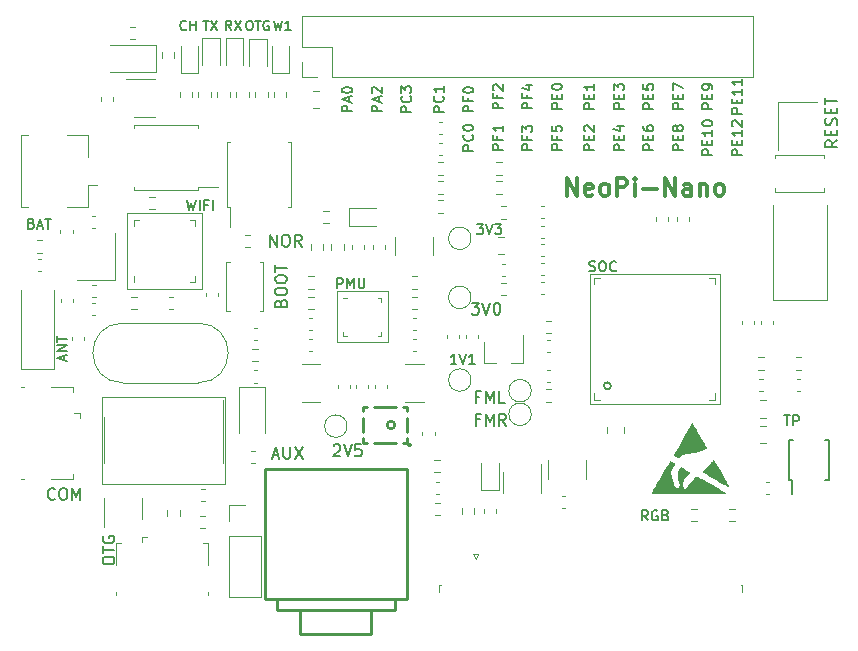
<source format=gbr>
%TF.GenerationSoftware,KiCad,Pcbnew,(5.99.0-8778-g8571687f51)*%
%TF.CreationDate,2021-02-03T12:08:05+08:00*%
%TF.ProjectId,lightboard-zero,6c696768-7462-46f6-9172-642d7a65726f,rev?*%
%TF.SameCoordinates,Original*%
%TF.FileFunction,Legend,Top*%
%TF.FilePolarity,Positive*%
%FSLAX46Y46*%
G04 Gerber Fmt 4.6, Leading zero omitted, Abs format (unit mm)*
G04 Created by KiCad (PCBNEW (5.99.0-8778-g8571687f51)) date 2021-02-03 12:08:05*
%MOMM*%
%LPD*%
G01*
G04 APERTURE LIST*
%ADD10C,0.120000*%
%ADD11C,0.152400*%
%ADD12C,0.150000*%
%ADD13C,0.300000*%
%ADD14C,0.010000*%
%ADD15C,0.254000*%
G04 APERTURE END LIST*
D10*
X7200000Y-40300000D02*
X7200000Y-32900000D01*
X17600000Y-40300000D02*
X7200000Y-40300000D01*
X17600000Y-32900000D02*
X17600000Y-40300000D01*
X7200000Y-32900000D02*
X17600000Y-32900000D01*
X9300000Y-23750000D02*
X9300000Y-17350000D01*
X15700000Y-23750000D02*
X9300000Y-23750000D01*
X15700000Y-17350000D02*
X15700000Y-23750000D01*
X9300000Y-17350000D02*
X15700000Y-17350000D01*
X27100000Y-28300000D02*
X27100000Y-24000000D01*
X31400000Y-28300000D02*
X27100000Y-28300000D01*
X31400000Y-24000000D02*
X31400000Y-28300000D01*
X27100000Y-24000000D02*
X31400000Y-24000000D01*
X48500000Y-33500000D02*
X48500000Y-22500000D01*
X48500000Y-22500000D02*
X59500000Y-22500000D01*
X59500000Y-33500000D02*
X48500000Y-33500000D01*
X59500000Y-22500000D02*
X59500000Y-33500000D01*
D11*
X3993933Y-29836971D02*
X3993933Y-29425733D01*
X4240676Y-29919219D02*
X3377076Y-29631352D01*
X4240676Y-29343485D01*
X4240676Y-29055619D02*
X3377076Y-29055619D01*
X4240676Y-28562133D01*
X3377076Y-28562133D01*
X3377076Y-28274266D02*
X3377076Y-27780780D01*
X4240676Y-28027523D02*
X3377076Y-28027523D01*
X27077971Y-23740676D02*
X27077971Y-22877076D01*
X27406961Y-22877076D01*
X27489209Y-22918200D01*
X27530333Y-22959323D01*
X27571457Y-23041571D01*
X27571457Y-23164942D01*
X27530333Y-23247190D01*
X27489209Y-23288314D01*
X27406961Y-23329438D01*
X27077971Y-23329438D01*
X27941571Y-23740676D02*
X27941571Y-22877076D01*
X28229438Y-23493933D01*
X28517304Y-22877076D01*
X28517304Y-23740676D01*
X28928542Y-22877076D02*
X28928542Y-23576180D01*
X28969666Y-23658428D01*
X29010790Y-23699552D01*
X29093038Y-23740676D01*
X29257533Y-23740676D01*
X29339780Y-23699552D01*
X29380904Y-23658428D01*
X29422028Y-23576180D01*
X29422028Y-22877076D01*
X48469095Y-22249552D02*
X48592466Y-22290676D01*
X48798085Y-22290676D01*
X48880333Y-22249552D01*
X48921457Y-22208428D01*
X48962580Y-22126180D01*
X48962580Y-22043933D01*
X48921457Y-21961685D01*
X48880333Y-21920561D01*
X48798085Y-21879438D01*
X48633590Y-21838314D01*
X48551342Y-21797190D01*
X48510219Y-21756066D01*
X48469095Y-21673819D01*
X48469095Y-21591571D01*
X48510219Y-21509323D01*
X48551342Y-21468200D01*
X48633590Y-21427076D01*
X48839209Y-21427076D01*
X48962580Y-21468200D01*
X49497190Y-21427076D02*
X49661685Y-21427076D01*
X49743933Y-21468200D01*
X49826180Y-21550447D01*
X49867304Y-21714942D01*
X49867304Y-22002809D01*
X49826180Y-22167304D01*
X49743933Y-22249552D01*
X49661685Y-22290676D01*
X49497190Y-22290676D01*
X49414942Y-22249552D01*
X49332695Y-22167304D01*
X49291571Y-22002809D01*
X49291571Y-21714942D01*
X49332695Y-21550447D01*
X49414942Y-21468200D01*
X49497190Y-21427076D01*
X50730904Y-22208428D02*
X50689780Y-22249552D01*
X50566409Y-22290676D01*
X50484161Y-22290676D01*
X50360790Y-22249552D01*
X50278542Y-22167304D01*
X50237419Y-22085057D01*
X50196295Y-21920561D01*
X50196295Y-21797190D01*
X50237419Y-21632695D01*
X50278542Y-21550447D01*
X50360790Y-21468200D01*
X50484161Y-21427076D01*
X50566409Y-21427076D01*
X50689780Y-21468200D01*
X50730904Y-21509323D01*
X19619047Y-1061904D02*
X19771428Y-1061904D01*
X19847619Y-1100000D01*
X19923809Y-1176190D01*
X19961904Y-1328571D01*
X19961904Y-1595238D01*
X19923809Y-1747619D01*
X19847619Y-1823809D01*
X19771428Y-1861904D01*
X19619047Y-1861904D01*
X19542857Y-1823809D01*
X19466666Y-1747619D01*
X19428571Y-1595238D01*
X19428571Y-1328571D01*
X19466666Y-1176190D01*
X19542857Y-1100000D01*
X19619047Y-1061904D01*
X20190476Y-1061904D02*
X20647619Y-1061904D01*
X20419047Y-1861904D02*
X20419047Y-1061904D01*
X21333333Y-1100000D02*
X21257142Y-1061904D01*
X21142857Y-1061904D01*
X21028571Y-1100000D01*
X20952380Y-1176190D01*
X20914285Y-1252380D01*
X20876190Y-1404761D01*
X20876190Y-1519047D01*
X20914285Y-1671428D01*
X20952380Y-1747619D01*
X21028571Y-1823809D01*
X21142857Y-1861904D01*
X21219047Y-1861904D01*
X21333333Y-1823809D01*
X21371428Y-1785714D01*
X21371428Y-1519047D01*
X21219047Y-1519047D01*
D12*
X21440476Y-20202380D02*
X21440476Y-19202380D01*
X22011904Y-20202380D01*
X22011904Y-19202380D01*
X22678571Y-19202380D02*
X22869047Y-19202380D01*
X22964285Y-19250000D01*
X23059523Y-19345238D01*
X23107142Y-19535714D01*
X23107142Y-19869047D01*
X23059523Y-20059523D01*
X22964285Y-20154761D01*
X22869047Y-20202380D01*
X22678571Y-20202380D01*
X22583333Y-20154761D01*
X22488095Y-20059523D01*
X22440476Y-19869047D01*
X22440476Y-19535714D01*
X22488095Y-19345238D01*
X22583333Y-19250000D01*
X22678571Y-19202380D01*
X24107142Y-20202380D02*
X23773809Y-19726190D01*
X23535714Y-20202380D02*
X23535714Y-19202380D01*
X23916666Y-19202380D01*
X24011904Y-19250000D01*
X24059523Y-19297619D01*
X24107142Y-19392857D01*
X24107142Y-19535714D01*
X24059523Y-19630952D01*
X24011904Y-19678571D01*
X23916666Y-19726190D01*
X23535714Y-19726190D01*
X21661904Y-37866666D02*
X22138095Y-37866666D01*
X21566666Y-38152380D02*
X21900000Y-37152380D01*
X22233333Y-38152380D01*
X22566666Y-37152380D02*
X22566666Y-37961904D01*
X22614285Y-38057142D01*
X22661904Y-38104761D01*
X22757142Y-38152380D01*
X22947619Y-38152380D01*
X23042857Y-38104761D01*
X23090476Y-38057142D01*
X23138095Y-37961904D01*
X23138095Y-37152380D01*
X23519047Y-37152380D02*
X24185714Y-38152380D01*
X24185714Y-37152380D02*
X23519047Y-38152380D01*
X22328571Y-24957142D02*
X22376190Y-24814285D01*
X22423809Y-24766666D01*
X22519047Y-24719047D01*
X22661904Y-24719047D01*
X22757142Y-24766666D01*
X22804761Y-24814285D01*
X22852380Y-24909523D01*
X22852380Y-25290476D01*
X21852380Y-25290476D01*
X21852380Y-24957142D01*
X21900000Y-24861904D01*
X21947619Y-24814285D01*
X22042857Y-24766666D01*
X22138095Y-24766666D01*
X22233333Y-24814285D01*
X22280952Y-24861904D01*
X22328571Y-24957142D01*
X22328571Y-25290476D01*
X21852380Y-24100000D02*
X21852380Y-23909523D01*
X21900000Y-23814285D01*
X21995238Y-23719047D01*
X22185714Y-23671428D01*
X22519047Y-23671428D01*
X22709523Y-23719047D01*
X22804761Y-23814285D01*
X22852380Y-23909523D01*
X22852380Y-24100000D01*
X22804761Y-24195238D01*
X22709523Y-24290476D01*
X22519047Y-24338095D01*
X22185714Y-24338095D01*
X21995238Y-24290476D01*
X21900000Y-24195238D01*
X21852380Y-24100000D01*
X21852380Y-23052380D02*
X21852380Y-22861904D01*
X21900000Y-22766666D01*
X21995238Y-22671428D01*
X22185714Y-22623809D01*
X22519047Y-22623809D01*
X22709523Y-22671428D01*
X22804761Y-22766666D01*
X22852380Y-22861904D01*
X22852380Y-23052380D01*
X22804761Y-23147619D01*
X22709523Y-23242857D01*
X22519047Y-23290476D01*
X22185714Y-23290476D01*
X21995238Y-23242857D01*
X21900000Y-23147619D01*
X21852380Y-23052380D01*
X21852380Y-22338095D02*
X21852380Y-21766666D01*
X22852380Y-22052380D02*
X21852380Y-22052380D01*
D11*
X46140676Y-12007533D02*
X45277076Y-12007533D01*
X45277076Y-11678542D01*
X45318200Y-11596295D01*
X45359323Y-11555171D01*
X45441571Y-11514047D01*
X45564942Y-11514047D01*
X45647190Y-11555171D01*
X45688314Y-11596295D01*
X45729438Y-11678542D01*
X45729438Y-12007533D01*
X45688314Y-10856066D02*
X45688314Y-11143933D01*
X46140676Y-11143933D02*
X45277076Y-11143933D01*
X45277076Y-10732695D01*
X45277076Y-9992466D02*
X45277076Y-10403704D01*
X45688314Y-10444828D01*
X45647190Y-10403704D01*
X45606066Y-10321457D01*
X45606066Y-10115838D01*
X45647190Y-10033590D01*
X45688314Y-9992466D01*
X45770561Y-9951342D01*
X45976180Y-9951342D01*
X46058428Y-9992466D01*
X46099552Y-10033590D01*
X46140676Y-10115838D01*
X46140676Y-10321457D01*
X46099552Y-10403704D01*
X46058428Y-10444828D01*
X43640676Y-8507533D02*
X42777076Y-8507533D01*
X42777076Y-8178542D01*
X42818200Y-8096295D01*
X42859323Y-8055171D01*
X42941571Y-8014047D01*
X43064942Y-8014047D01*
X43147190Y-8055171D01*
X43188314Y-8096295D01*
X43229438Y-8178542D01*
X43229438Y-8507533D01*
X43188314Y-7356066D02*
X43188314Y-7643933D01*
X43640676Y-7643933D02*
X42777076Y-7643933D01*
X42777076Y-7232695D01*
X43064942Y-6533590D02*
X43640676Y-6533590D01*
X42735952Y-6739209D02*
X43352809Y-6944828D01*
X43352809Y-6410219D01*
X43640676Y-12007533D02*
X42777076Y-12007533D01*
X42777076Y-11678542D01*
X42818200Y-11596295D01*
X42859323Y-11555171D01*
X42941571Y-11514047D01*
X43064942Y-11514047D01*
X43147190Y-11555171D01*
X43188314Y-11596295D01*
X43229438Y-11678542D01*
X43229438Y-12007533D01*
X43188314Y-10856066D02*
X43188314Y-11143933D01*
X43640676Y-11143933D02*
X42777076Y-11143933D01*
X42777076Y-10732695D01*
X42777076Y-10485952D02*
X42777076Y-9951342D01*
X43106066Y-10239209D01*
X43106066Y-10115838D01*
X43147190Y-10033590D01*
X43188314Y-9992466D01*
X43270561Y-9951342D01*
X43476180Y-9951342D01*
X43558428Y-9992466D01*
X43599552Y-10033590D01*
X43640676Y-10115838D01*
X43640676Y-10362580D01*
X43599552Y-10444828D01*
X43558428Y-10485952D01*
X48890676Y-12028095D02*
X48027076Y-12028095D01*
X48027076Y-11699104D01*
X48068200Y-11616857D01*
X48109323Y-11575733D01*
X48191571Y-11534609D01*
X48314942Y-11534609D01*
X48397190Y-11575733D01*
X48438314Y-11616857D01*
X48479438Y-11699104D01*
X48479438Y-12028095D01*
X48438314Y-11164495D02*
X48438314Y-10876628D01*
X48890676Y-10753257D02*
X48890676Y-11164495D01*
X48027076Y-11164495D01*
X48027076Y-10753257D01*
X48109323Y-10424266D02*
X48068200Y-10383142D01*
X48027076Y-10300895D01*
X48027076Y-10095276D01*
X48068200Y-10013028D01*
X48109323Y-9971904D01*
X48191571Y-9930780D01*
X48273819Y-9930780D01*
X48397190Y-9971904D01*
X48890676Y-10465390D01*
X48890676Y-9930780D01*
X48890676Y-8528095D02*
X48027076Y-8528095D01*
X48027076Y-8199104D01*
X48068200Y-8116857D01*
X48109323Y-8075733D01*
X48191571Y-8034609D01*
X48314942Y-8034609D01*
X48397190Y-8075733D01*
X48438314Y-8116857D01*
X48479438Y-8199104D01*
X48479438Y-8528095D01*
X48438314Y-7664495D02*
X48438314Y-7376628D01*
X48890676Y-7253257D02*
X48890676Y-7664495D01*
X48027076Y-7664495D01*
X48027076Y-7253257D01*
X48890676Y-6430780D02*
X48890676Y-6924266D01*
X48890676Y-6677523D02*
X48027076Y-6677523D01*
X48150447Y-6759771D01*
X48232695Y-6842019D01*
X48273819Y-6924266D01*
X46140676Y-8528095D02*
X45277076Y-8528095D01*
X45277076Y-8199104D01*
X45318200Y-8116857D01*
X45359323Y-8075733D01*
X45441571Y-8034609D01*
X45564942Y-8034609D01*
X45647190Y-8075733D01*
X45688314Y-8116857D01*
X45729438Y-8199104D01*
X45729438Y-8528095D01*
X45688314Y-7664495D02*
X45688314Y-7376628D01*
X46140676Y-7253257D02*
X46140676Y-7664495D01*
X45277076Y-7664495D01*
X45277076Y-7253257D01*
X45277076Y-6718647D02*
X45277076Y-6636400D01*
X45318200Y-6554152D01*
X45359323Y-6513028D01*
X45441571Y-6471904D01*
X45606066Y-6430780D01*
X45811685Y-6430780D01*
X45976180Y-6471904D01*
X46058428Y-6513028D01*
X46099552Y-6554152D01*
X46140676Y-6636400D01*
X46140676Y-6718647D01*
X46099552Y-6800895D01*
X46058428Y-6842019D01*
X45976180Y-6883142D01*
X45811685Y-6924266D01*
X45606066Y-6924266D01*
X45441571Y-6883142D01*
X45359323Y-6842019D01*
X45318200Y-6800895D01*
X45277076Y-6718647D01*
X53890676Y-8528095D02*
X53027076Y-8528095D01*
X53027076Y-8199104D01*
X53068200Y-8116857D01*
X53109323Y-8075733D01*
X53191571Y-8034609D01*
X53314942Y-8034609D01*
X53397190Y-8075733D01*
X53438314Y-8116857D01*
X53479438Y-8199104D01*
X53479438Y-8528095D01*
X53438314Y-7664495D02*
X53438314Y-7376628D01*
X53890676Y-7253257D02*
X53890676Y-7664495D01*
X53027076Y-7664495D01*
X53027076Y-7253257D01*
X53027076Y-6471904D02*
X53027076Y-6883142D01*
X53438314Y-6924266D01*
X53397190Y-6883142D01*
X53356066Y-6800895D01*
X53356066Y-6595276D01*
X53397190Y-6513028D01*
X53438314Y-6471904D01*
X53520561Y-6430780D01*
X53726180Y-6430780D01*
X53808428Y-6471904D01*
X53849552Y-6513028D01*
X53890676Y-6595276D01*
X53890676Y-6800895D01*
X53849552Y-6883142D01*
X53808428Y-6924266D01*
X51390676Y-12028095D02*
X50527076Y-12028095D01*
X50527076Y-11699104D01*
X50568200Y-11616857D01*
X50609323Y-11575733D01*
X50691571Y-11534609D01*
X50814942Y-11534609D01*
X50897190Y-11575733D01*
X50938314Y-11616857D01*
X50979438Y-11699104D01*
X50979438Y-12028095D01*
X50938314Y-11164495D02*
X50938314Y-10876628D01*
X51390676Y-10753257D02*
X51390676Y-11164495D01*
X50527076Y-11164495D01*
X50527076Y-10753257D01*
X50814942Y-10013028D02*
X51390676Y-10013028D01*
X50485952Y-10218647D02*
X51102809Y-10424266D01*
X51102809Y-9889657D01*
X51390676Y-8528095D02*
X50527076Y-8528095D01*
X50527076Y-8199104D01*
X50568200Y-8116857D01*
X50609323Y-8075733D01*
X50691571Y-8034609D01*
X50814942Y-8034609D01*
X50897190Y-8075733D01*
X50938314Y-8116857D01*
X50979438Y-8199104D01*
X50979438Y-8528095D01*
X50938314Y-7664495D02*
X50938314Y-7376628D01*
X51390676Y-7253257D02*
X51390676Y-7664495D01*
X50527076Y-7664495D01*
X50527076Y-7253257D01*
X50527076Y-6965390D02*
X50527076Y-6430780D01*
X50856066Y-6718647D01*
X50856066Y-6595276D01*
X50897190Y-6513028D01*
X50938314Y-6471904D01*
X51020561Y-6430780D01*
X51226180Y-6430780D01*
X51308428Y-6471904D01*
X51349552Y-6513028D01*
X51390676Y-6595276D01*
X51390676Y-6842019D01*
X51349552Y-6924266D01*
X51308428Y-6965390D01*
X56390676Y-12028095D02*
X55527076Y-12028095D01*
X55527076Y-11699104D01*
X55568200Y-11616857D01*
X55609323Y-11575733D01*
X55691571Y-11534609D01*
X55814942Y-11534609D01*
X55897190Y-11575733D01*
X55938314Y-11616857D01*
X55979438Y-11699104D01*
X55979438Y-12028095D01*
X55938314Y-11164495D02*
X55938314Y-10876628D01*
X56390676Y-10753257D02*
X56390676Y-11164495D01*
X55527076Y-11164495D01*
X55527076Y-10753257D01*
X55897190Y-10259771D02*
X55856066Y-10342019D01*
X55814942Y-10383142D01*
X55732695Y-10424266D01*
X55691571Y-10424266D01*
X55609323Y-10383142D01*
X55568200Y-10342019D01*
X55527076Y-10259771D01*
X55527076Y-10095276D01*
X55568200Y-10013028D01*
X55609323Y-9971904D01*
X55691571Y-9930780D01*
X55732695Y-9930780D01*
X55814942Y-9971904D01*
X55856066Y-10013028D01*
X55897190Y-10095276D01*
X55897190Y-10259771D01*
X55938314Y-10342019D01*
X55979438Y-10383142D01*
X56061685Y-10424266D01*
X56226180Y-10424266D01*
X56308428Y-10383142D01*
X56349552Y-10342019D01*
X56390676Y-10259771D01*
X56390676Y-10095276D01*
X56349552Y-10013028D01*
X56308428Y-9971904D01*
X56226180Y-9930780D01*
X56061685Y-9930780D01*
X55979438Y-9971904D01*
X55938314Y-10013028D01*
X55897190Y-10095276D01*
X56390676Y-8528095D02*
X55527076Y-8528095D01*
X55527076Y-8199104D01*
X55568200Y-8116857D01*
X55609323Y-8075733D01*
X55691571Y-8034609D01*
X55814942Y-8034609D01*
X55897190Y-8075733D01*
X55938314Y-8116857D01*
X55979438Y-8199104D01*
X55979438Y-8528095D01*
X55938314Y-7664495D02*
X55938314Y-7376628D01*
X56390676Y-7253257D02*
X56390676Y-7664495D01*
X55527076Y-7664495D01*
X55527076Y-7253257D01*
X55527076Y-6965390D02*
X55527076Y-6389657D01*
X56390676Y-6759771D01*
X53890676Y-12028095D02*
X53027076Y-12028095D01*
X53027076Y-11699104D01*
X53068200Y-11616857D01*
X53109323Y-11575733D01*
X53191571Y-11534609D01*
X53314942Y-11534609D01*
X53397190Y-11575733D01*
X53438314Y-11616857D01*
X53479438Y-11699104D01*
X53479438Y-12028095D01*
X53438314Y-11164495D02*
X53438314Y-10876628D01*
X53890676Y-10753257D02*
X53890676Y-11164495D01*
X53027076Y-11164495D01*
X53027076Y-10753257D01*
X53027076Y-10013028D02*
X53027076Y-10177523D01*
X53068200Y-10259771D01*
X53109323Y-10300895D01*
X53232695Y-10383142D01*
X53397190Y-10424266D01*
X53726180Y-10424266D01*
X53808428Y-10383142D01*
X53849552Y-10342019D01*
X53890676Y-10259771D01*
X53890676Y-10095276D01*
X53849552Y-10013028D01*
X53808428Y-9971904D01*
X53726180Y-9930780D01*
X53520561Y-9930780D01*
X53438314Y-9971904D01*
X53397190Y-10013028D01*
X53356066Y-10095276D01*
X53356066Y-10259771D01*
X53397190Y-10342019D01*
X53438314Y-10383142D01*
X53520561Y-10424266D01*
X61390676Y-12439333D02*
X60527076Y-12439333D01*
X60527076Y-12110342D01*
X60568200Y-12028095D01*
X60609323Y-11986971D01*
X60691571Y-11945847D01*
X60814942Y-11945847D01*
X60897190Y-11986971D01*
X60938314Y-12028095D01*
X60979438Y-12110342D01*
X60979438Y-12439333D01*
X60938314Y-11575733D02*
X60938314Y-11287866D01*
X61390676Y-11164495D02*
X61390676Y-11575733D01*
X60527076Y-11575733D01*
X60527076Y-11164495D01*
X61390676Y-10342019D02*
X61390676Y-10835504D01*
X61390676Y-10588761D02*
X60527076Y-10588761D01*
X60650447Y-10671009D01*
X60732695Y-10753257D01*
X60773819Y-10835504D01*
X60609323Y-10013028D02*
X60568200Y-9971904D01*
X60527076Y-9889657D01*
X60527076Y-9684038D01*
X60568200Y-9601790D01*
X60609323Y-9560666D01*
X60691571Y-9519542D01*
X60773819Y-9519542D01*
X60897190Y-9560666D01*
X61390676Y-10054152D01*
X61390676Y-9519542D01*
X58890676Y-8528095D02*
X58027076Y-8528095D01*
X58027076Y-8199104D01*
X58068200Y-8116857D01*
X58109323Y-8075733D01*
X58191571Y-8034609D01*
X58314942Y-8034609D01*
X58397190Y-8075733D01*
X58438314Y-8116857D01*
X58479438Y-8199104D01*
X58479438Y-8528095D01*
X58438314Y-7664495D02*
X58438314Y-7376628D01*
X58890676Y-7253257D02*
X58890676Y-7664495D01*
X58027076Y-7664495D01*
X58027076Y-7253257D01*
X58890676Y-6842019D02*
X58890676Y-6677523D01*
X58849552Y-6595276D01*
X58808428Y-6554152D01*
X58685057Y-6471904D01*
X58520561Y-6430780D01*
X58191571Y-6430780D01*
X58109323Y-6471904D01*
X58068200Y-6513028D01*
X58027076Y-6595276D01*
X58027076Y-6759771D01*
X58068200Y-6842019D01*
X58109323Y-6883142D01*
X58191571Y-6924266D01*
X58397190Y-6924266D01*
X58479438Y-6883142D01*
X58520561Y-6842019D01*
X58561685Y-6759771D01*
X58561685Y-6595276D01*
X58520561Y-6513028D01*
X58479438Y-6471904D01*
X58397190Y-6430780D01*
X58890676Y-12439333D02*
X58027076Y-12439333D01*
X58027076Y-12110342D01*
X58068200Y-12028095D01*
X58109323Y-11986971D01*
X58191571Y-11945847D01*
X58314942Y-11945847D01*
X58397190Y-11986971D01*
X58438314Y-12028095D01*
X58479438Y-12110342D01*
X58479438Y-12439333D01*
X58438314Y-11575733D02*
X58438314Y-11287866D01*
X58890676Y-11164495D02*
X58890676Y-11575733D01*
X58027076Y-11575733D01*
X58027076Y-11164495D01*
X58890676Y-10342019D02*
X58890676Y-10835504D01*
X58890676Y-10588761D02*
X58027076Y-10588761D01*
X58150447Y-10671009D01*
X58232695Y-10753257D01*
X58273819Y-10835504D01*
X58027076Y-9807409D02*
X58027076Y-9725161D01*
X58068200Y-9642914D01*
X58109323Y-9601790D01*
X58191571Y-9560666D01*
X58356066Y-9519542D01*
X58561685Y-9519542D01*
X58726180Y-9560666D01*
X58808428Y-9601790D01*
X58849552Y-9642914D01*
X58890676Y-9725161D01*
X58890676Y-9807409D01*
X58849552Y-9889657D01*
X58808428Y-9930780D01*
X58726180Y-9971904D01*
X58561685Y-10013028D01*
X58356066Y-10013028D01*
X58191571Y-9971904D01*
X58109323Y-9930780D01*
X58068200Y-9889657D01*
X58027076Y-9807409D01*
X38930780Y-18277076D02*
X39465390Y-18277076D01*
X39177523Y-18606066D01*
X39300895Y-18606066D01*
X39383142Y-18647190D01*
X39424266Y-18688314D01*
X39465390Y-18770561D01*
X39465390Y-18976180D01*
X39424266Y-19058428D01*
X39383142Y-19099552D01*
X39300895Y-19140676D01*
X39054152Y-19140676D01*
X38971904Y-19099552D01*
X38930780Y-19058428D01*
X39712133Y-18277076D02*
X40000000Y-19140676D01*
X40287866Y-18277076D01*
X40493485Y-18277076D02*
X41028095Y-18277076D01*
X40740228Y-18606066D01*
X40863600Y-18606066D01*
X40945847Y-18647190D01*
X40986971Y-18688314D01*
X41028095Y-18770561D01*
X41028095Y-18976180D01*
X40986971Y-19058428D01*
X40945847Y-19099552D01*
X40863600Y-19140676D01*
X40616857Y-19140676D01*
X40534609Y-19099552D01*
X40493485Y-19058428D01*
X53403704Y-43390676D02*
X53115838Y-42979438D01*
X52910219Y-43390676D02*
X52910219Y-42527076D01*
X53239209Y-42527076D01*
X53321457Y-42568200D01*
X53362580Y-42609323D01*
X53403704Y-42691571D01*
X53403704Y-42814942D01*
X53362580Y-42897190D01*
X53321457Y-42938314D01*
X53239209Y-42979438D01*
X52910219Y-42979438D01*
X54226180Y-42568200D02*
X54143933Y-42527076D01*
X54020561Y-42527076D01*
X53897190Y-42568200D01*
X53814942Y-42650447D01*
X53773819Y-42732695D01*
X53732695Y-42897190D01*
X53732695Y-43020561D01*
X53773819Y-43185057D01*
X53814942Y-43267304D01*
X53897190Y-43349552D01*
X54020561Y-43390676D01*
X54102809Y-43390676D01*
X54226180Y-43349552D01*
X54267304Y-43308428D01*
X54267304Y-43020561D01*
X54102809Y-43020561D01*
X54925285Y-42938314D02*
X55048657Y-42979438D01*
X55089780Y-43020561D01*
X55130904Y-43102809D01*
X55130904Y-43226180D01*
X55089780Y-43308428D01*
X55048657Y-43349552D01*
X54966409Y-43390676D01*
X54637419Y-43390676D01*
X54637419Y-42527076D01*
X54925285Y-42527076D01*
X55007533Y-42568200D01*
X55048657Y-42609323D01*
X55089780Y-42691571D01*
X55089780Y-42773819D01*
X55048657Y-42856066D01*
X55007533Y-42897190D01*
X54925285Y-42938314D01*
X54637419Y-42938314D01*
D12*
X26809523Y-37047619D02*
X26857142Y-37000000D01*
X26952380Y-36952380D01*
X27190476Y-36952380D01*
X27285714Y-37000000D01*
X27333333Y-37047619D01*
X27380952Y-37142857D01*
X27380952Y-37238095D01*
X27333333Y-37380952D01*
X26761904Y-37952380D01*
X27380952Y-37952380D01*
X27666666Y-36952380D02*
X28000000Y-37952380D01*
X28333333Y-36952380D01*
X29142857Y-36952380D02*
X28666666Y-36952380D01*
X28619047Y-37428571D01*
X28666666Y-37380952D01*
X28761904Y-37333333D01*
X29000000Y-37333333D01*
X29095238Y-37380952D01*
X29142857Y-37428571D01*
X29190476Y-37523809D01*
X29190476Y-37761904D01*
X29142857Y-37857142D01*
X29095238Y-37904761D01*
X29000000Y-37952380D01*
X28761904Y-37952380D01*
X28666666Y-37904761D01*
X28619047Y-37857142D01*
D11*
X64971457Y-34477076D02*
X65464942Y-34477076D01*
X65218200Y-35340676D02*
X65218200Y-34477076D01*
X65752809Y-35340676D02*
X65752809Y-34477076D01*
X66081800Y-34477076D01*
X66164047Y-34518200D01*
X66205171Y-34559323D01*
X66246295Y-34641571D01*
X66246295Y-34764942D01*
X66205171Y-34847190D01*
X66164047Y-34888314D01*
X66081800Y-34929438D01*
X65752809Y-34929438D01*
X41140676Y-8507533D02*
X40277076Y-8507533D01*
X40277076Y-8178542D01*
X40318200Y-8096295D01*
X40359323Y-8055171D01*
X40441571Y-8014047D01*
X40564942Y-8014047D01*
X40647190Y-8055171D01*
X40688314Y-8096295D01*
X40729438Y-8178542D01*
X40729438Y-8507533D01*
X40688314Y-7356066D02*
X40688314Y-7643933D01*
X41140676Y-7643933D02*
X40277076Y-7643933D01*
X40277076Y-7232695D01*
X40359323Y-6944828D02*
X40318200Y-6903704D01*
X40277076Y-6821457D01*
X40277076Y-6615838D01*
X40318200Y-6533590D01*
X40359323Y-6492466D01*
X40441571Y-6451342D01*
X40523819Y-6451342D01*
X40647190Y-6492466D01*
X41140676Y-6985952D01*
X41140676Y-6451342D01*
X41140676Y-12007533D02*
X40277076Y-12007533D01*
X40277076Y-11678542D01*
X40318200Y-11596295D01*
X40359323Y-11555171D01*
X40441571Y-11514047D01*
X40564942Y-11514047D01*
X40647190Y-11555171D01*
X40688314Y-11596295D01*
X40729438Y-11678542D01*
X40729438Y-12007533D01*
X40688314Y-10856066D02*
X40688314Y-11143933D01*
X41140676Y-11143933D02*
X40277076Y-11143933D01*
X40277076Y-10732695D01*
X41140676Y-9951342D02*
X41140676Y-10444828D01*
X41140676Y-10198085D02*
X40277076Y-10198085D01*
X40400447Y-10280333D01*
X40482695Y-10362580D01*
X40523819Y-10444828D01*
X38640676Y-8757533D02*
X37777076Y-8757533D01*
X37777076Y-8428542D01*
X37818200Y-8346295D01*
X37859323Y-8305171D01*
X37941571Y-8264047D01*
X38064942Y-8264047D01*
X38147190Y-8305171D01*
X38188314Y-8346295D01*
X38229438Y-8428542D01*
X38229438Y-8757533D01*
X38188314Y-7606066D02*
X38188314Y-7893933D01*
X38640676Y-7893933D02*
X37777076Y-7893933D01*
X37777076Y-7482695D01*
X37777076Y-6989209D02*
X37777076Y-6906961D01*
X37818200Y-6824714D01*
X37859323Y-6783590D01*
X37941571Y-6742466D01*
X38106066Y-6701342D01*
X38311685Y-6701342D01*
X38476180Y-6742466D01*
X38558428Y-6783590D01*
X38599552Y-6824714D01*
X38640676Y-6906961D01*
X38640676Y-6989209D01*
X38599552Y-7071457D01*
X38558428Y-7112580D01*
X38476180Y-7153704D01*
X38311685Y-7194828D01*
X38106066Y-7194828D01*
X37941571Y-7153704D01*
X37859323Y-7112580D01*
X37818200Y-7071457D01*
X37777076Y-6989209D01*
X1212580Y-18238314D02*
X1335952Y-18279438D01*
X1377076Y-18320561D01*
X1418200Y-18402809D01*
X1418200Y-18526180D01*
X1377076Y-18608428D01*
X1335952Y-18649552D01*
X1253704Y-18690676D01*
X924714Y-18690676D01*
X924714Y-17827076D01*
X1212580Y-17827076D01*
X1294828Y-17868200D01*
X1335952Y-17909323D01*
X1377076Y-17991571D01*
X1377076Y-18073819D01*
X1335952Y-18156066D01*
X1294828Y-18197190D01*
X1212580Y-18238314D01*
X924714Y-18238314D01*
X1747190Y-18443933D02*
X2158428Y-18443933D01*
X1664942Y-18690676D02*
X1952809Y-17827076D01*
X2240676Y-18690676D01*
X2405171Y-17827076D02*
X2898657Y-17827076D01*
X2651914Y-18690676D02*
X2651914Y-17827076D01*
X18166666Y-1861904D02*
X17900000Y-1480952D01*
X17709523Y-1861904D02*
X17709523Y-1061904D01*
X18014285Y-1061904D01*
X18090476Y-1100000D01*
X18128571Y-1138095D01*
X18166666Y-1214285D01*
X18166666Y-1328571D01*
X18128571Y-1404761D01*
X18090476Y-1442857D01*
X18014285Y-1480952D01*
X17709523Y-1480952D01*
X18433333Y-1061904D02*
X18966666Y-1861904D01*
X18966666Y-1061904D02*
X18433333Y-1861904D01*
X21776190Y-1061904D02*
X21966666Y-1861904D01*
X22119047Y-1290476D01*
X22271428Y-1861904D01*
X22461904Y-1061904D01*
X23185714Y-1861904D02*
X22728571Y-1861904D01*
X22957142Y-1861904D02*
X22957142Y-1061904D01*
X22880952Y-1176190D01*
X22804761Y-1252380D01*
X22728571Y-1290476D01*
X14328571Y-1785714D02*
X14290476Y-1823809D01*
X14176190Y-1861904D01*
X14100000Y-1861904D01*
X13985714Y-1823809D01*
X13909523Y-1747619D01*
X13871428Y-1671428D01*
X13833333Y-1519047D01*
X13833333Y-1404761D01*
X13871428Y-1252380D01*
X13909523Y-1176190D01*
X13985714Y-1100000D01*
X14100000Y-1061904D01*
X14176190Y-1061904D01*
X14290476Y-1100000D01*
X14328571Y-1138095D01*
X14671428Y-1861904D02*
X14671428Y-1061904D01*
X14671428Y-1442857D02*
X15128571Y-1442857D01*
X15128571Y-1861904D02*
X15128571Y-1061904D01*
D12*
X39171428Y-34828571D02*
X38838095Y-34828571D01*
X38838095Y-35352380D02*
X38838095Y-34352380D01*
X39314285Y-34352380D01*
X39695238Y-35352380D02*
X39695238Y-34352380D01*
X40028571Y-35066666D01*
X40361904Y-34352380D01*
X40361904Y-35352380D01*
X41409523Y-35352380D02*
X41076190Y-34876190D01*
X40838095Y-35352380D02*
X40838095Y-34352380D01*
X41219047Y-34352380D01*
X41314285Y-34400000D01*
X41361904Y-34447619D01*
X41409523Y-34542857D01*
X41409523Y-34685714D01*
X41361904Y-34780952D01*
X41314285Y-34828571D01*
X41219047Y-34876190D01*
X40838095Y-34876190D01*
X3214285Y-41557142D02*
X3166666Y-41604761D01*
X3023809Y-41652380D01*
X2928571Y-41652380D01*
X2785714Y-41604761D01*
X2690476Y-41509523D01*
X2642857Y-41414285D01*
X2595238Y-41223809D01*
X2595238Y-41080952D01*
X2642857Y-40890476D01*
X2690476Y-40795238D01*
X2785714Y-40700000D01*
X2928571Y-40652380D01*
X3023809Y-40652380D01*
X3166666Y-40700000D01*
X3214285Y-40747619D01*
X3833333Y-40652380D02*
X4023809Y-40652380D01*
X4119047Y-40700000D01*
X4214285Y-40795238D01*
X4261904Y-40985714D01*
X4261904Y-41319047D01*
X4214285Y-41509523D01*
X4119047Y-41604761D01*
X4023809Y-41652380D01*
X3833333Y-41652380D01*
X3738095Y-41604761D01*
X3642857Y-41509523D01*
X3595238Y-41319047D01*
X3595238Y-40985714D01*
X3642857Y-40795238D01*
X3738095Y-40700000D01*
X3833333Y-40652380D01*
X4690476Y-41652380D02*
X4690476Y-40652380D01*
X5023809Y-41366666D01*
X5357142Y-40652380D01*
X5357142Y-41652380D01*
X7252380Y-46876190D02*
X7252380Y-46685714D01*
X7300000Y-46590476D01*
X7395238Y-46495238D01*
X7585714Y-46447619D01*
X7919047Y-46447619D01*
X8109523Y-46495238D01*
X8204761Y-46590476D01*
X8252380Y-46685714D01*
X8252380Y-46876190D01*
X8204761Y-46971428D01*
X8109523Y-47066666D01*
X7919047Y-47114285D01*
X7585714Y-47114285D01*
X7395238Y-47066666D01*
X7300000Y-46971428D01*
X7252380Y-46876190D01*
X7252380Y-46161904D02*
X7252380Y-45590476D01*
X8252380Y-45876190D02*
X7252380Y-45876190D01*
X7300000Y-44733333D02*
X7252380Y-44828571D01*
X7252380Y-44971428D01*
X7300000Y-45114285D01*
X7395238Y-45209523D01*
X7490476Y-45257142D01*
X7680952Y-45304761D01*
X7823809Y-45304761D01*
X8014285Y-45257142D01*
X8109523Y-45209523D01*
X8204761Y-45114285D01*
X8252380Y-44971428D01*
X8252380Y-44876190D01*
X8204761Y-44733333D01*
X8157142Y-44685714D01*
X7823809Y-44685714D01*
X7823809Y-44876190D01*
X39166666Y-32928571D02*
X38833333Y-32928571D01*
X38833333Y-33452380D02*
X38833333Y-32452380D01*
X39309523Y-32452380D01*
X39690476Y-33452380D02*
X39690476Y-32452380D01*
X40023809Y-33166666D01*
X40357142Y-32452380D01*
X40357142Y-33452380D01*
X41309523Y-33452380D02*
X40833333Y-33452380D01*
X40833333Y-32452380D01*
D11*
X28390676Y-8757533D02*
X27527076Y-8757533D01*
X27527076Y-8428542D01*
X27568200Y-8346295D01*
X27609323Y-8305171D01*
X27691571Y-8264047D01*
X27814942Y-8264047D01*
X27897190Y-8305171D01*
X27938314Y-8346295D01*
X27979438Y-8428542D01*
X27979438Y-8757533D01*
X28143933Y-7935057D02*
X28143933Y-7523819D01*
X28390676Y-8017304D02*
X27527076Y-7729438D01*
X28390676Y-7441571D01*
X27527076Y-6989209D02*
X27527076Y-6906961D01*
X27568200Y-6824714D01*
X27609323Y-6783590D01*
X27691571Y-6742466D01*
X27856066Y-6701342D01*
X28061685Y-6701342D01*
X28226180Y-6742466D01*
X28308428Y-6783590D01*
X28349552Y-6824714D01*
X28390676Y-6906961D01*
X28390676Y-6989209D01*
X28349552Y-7071457D01*
X28308428Y-7112580D01*
X28226180Y-7153704D01*
X28061685Y-7194828D01*
X27856066Y-7194828D01*
X27691571Y-7153704D01*
X27609323Y-7112580D01*
X27568200Y-7071457D01*
X27527076Y-6989209D01*
X30890676Y-8757533D02*
X30027076Y-8757533D01*
X30027076Y-8428542D01*
X30068200Y-8346295D01*
X30109323Y-8305171D01*
X30191571Y-8264047D01*
X30314942Y-8264047D01*
X30397190Y-8305171D01*
X30438314Y-8346295D01*
X30479438Y-8428542D01*
X30479438Y-8757533D01*
X30643933Y-7935057D02*
X30643933Y-7523819D01*
X30890676Y-8017304D02*
X30027076Y-7729438D01*
X30890676Y-7441571D01*
X30109323Y-7194828D02*
X30068200Y-7153704D01*
X30027076Y-7071457D01*
X30027076Y-6865838D01*
X30068200Y-6783590D01*
X30109323Y-6742466D01*
X30191571Y-6701342D01*
X30273819Y-6701342D01*
X30397190Y-6742466D01*
X30890676Y-7235952D01*
X30890676Y-6701342D01*
D12*
X38511904Y-24952380D02*
X39130952Y-24952380D01*
X38797619Y-25333333D01*
X38940476Y-25333333D01*
X39035714Y-25380952D01*
X39083333Y-25428571D01*
X39130952Y-25523809D01*
X39130952Y-25761904D01*
X39083333Y-25857142D01*
X39035714Y-25904761D01*
X38940476Y-25952380D01*
X38654761Y-25952380D01*
X38559523Y-25904761D01*
X38511904Y-25857142D01*
X39416666Y-24952380D02*
X39750000Y-25952380D01*
X40083333Y-24952380D01*
X40607142Y-24952380D02*
X40702380Y-24952380D01*
X40797619Y-25000000D01*
X40845238Y-25047619D01*
X40892857Y-25142857D01*
X40940476Y-25333333D01*
X40940476Y-25571428D01*
X40892857Y-25761904D01*
X40845238Y-25857142D01*
X40797619Y-25904761D01*
X40702380Y-25952380D01*
X40607142Y-25952380D01*
X40511904Y-25904761D01*
X40464285Y-25857142D01*
X40416666Y-25761904D01*
X40369047Y-25571428D01*
X40369047Y-25333333D01*
X40416666Y-25142857D01*
X40464285Y-25047619D01*
X40511904Y-25000000D01*
X40607142Y-24952380D01*
X69452380Y-11202380D02*
X68976190Y-11535714D01*
X69452380Y-11773809D02*
X68452380Y-11773809D01*
X68452380Y-11392857D01*
X68500000Y-11297619D01*
X68547619Y-11250000D01*
X68642857Y-11202380D01*
X68785714Y-11202380D01*
X68880952Y-11250000D01*
X68928571Y-11297619D01*
X68976190Y-11392857D01*
X68976190Y-11773809D01*
X68928571Y-10773809D02*
X68928571Y-10440476D01*
X69452380Y-10297619D02*
X69452380Y-10773809D01*
X68452380Y-10773809D01*
X68452380Y-10297619D01*
X69404761Y-9916666D02*
X69452380Y-9773809D01*
X69452380Y-9535714D01*
X69404761Y-9440476D01*
X69357142Y-9392857D01*
X69261904Y-9345238D01*
X69166666Y-9345238D01*
X69071428Y-9392857D01*
X69023809Y-9440476D01*
X68976190Y-9535714D01*
X68928571Y-9726190D01*
X68880952Y-9821428D01*
X68833333Y-9869047D01*
X68738095Y-9916666D01*
X68642857Y-9916666D01*
X68547619Y-9869047D01*
X68500000Y-9821428D01*
X68452380Y-9726190D01*
X68452380Y-9488095D01*
X68500000Y-9345238D01*
X68928571Y-8916666D02*
X68928571Y-8583333D01*
X69452380Y-8440476D02*
X69452380Y-8916666D01*
X68452380Y-8916666D01*
X68452380Y-8440476D01*
X68452380Y-8154761D02*
X68452380Y-7583333D01*
X69452380Y-7869047D02*
X68452380Y-7869047D01*
D11*
X33390676Y-8819219D02*
X32527076Y-8819219D01*
X32527076Y-8490228D01*
X32568200Y-8407980D01*
X32609323Y-8366857D01*
X32691571Y-8325733D01*
X32814942Y-8325733D01*
X32897190Y-8366857D01*
X32938314Y-8407980D01*
X32979438Y-8490228D01*
X32979438Y-8819219D01*
X33308428Y-7462133D02*
X33349552Y-7503257D01*
X33390676Y-7626628D01*
X33390676Y-7708876D01*
X33349552Y-7832247D01*
X33267304Y-7914495D01*
X33185057Y-7955619D01*
X33020561Y-7996742D01*
X32897190Y-7996742D01*
X32732695Y-7955619D01*
X32650447Y-7914495D01*
X32568200Y-7832247D01*
X32527076Y-7708876D01*
X32527076Y-7626628D01*
X32568200Y-7503257D01*
X32609323Y-7462133D01*
X32527076Y-7174266D02*
X32527076Y-6639657D01*
X32856066Y-6927523D01*
X32856066Y-6804152D01*
X32897190Y-6721904D01*
X32938314Y-6680780D01*
X33020561Y-6639657D01*
X33226180Y-6639657D01*
X33308428Y-6680780D01*
X33349552Y-6721904D01*
X33390676Y-6804152D01*
X33390676Y-7050895D01*
X33349552Y-7133142D01*
X33308428Y-7174266D01*
X36140676Y-8819219D02*
X35277076Y-8819219D01*
X35277076Y-8490228D01*
X35318200Y-8407980D01*
X35359323Y-8366857D01*
X35441571Y-8325733D01*
X35564942Y-8325733D01*
X35647190Y-8366857D01*
X35688314Y-8407980D01*
X35729438Y-8490228D01*
X35729438Y-8819219D01*
X36058428Y-7462133D02*
X36099552Y-7503257D01*
X36140676Y-7626628D01*
X36140676Y-7708876D01*
X36099552Y-7832247D01*
X36017304Y-7914495D01*
X35935057Y-7955619D01*
X35770561Y-7996742D01*
X35647190Y-7996742D01*
X35482695Y-7955619D01*
X35400447Y-7914495D01*
X35318200Y-7832247D01*
X35277076Y-7708876D01*
X35277076Y-7626628D01*
X35318200Y-7503257D01*
X35359323Y-7462133D01*
X36140676Y-6639657D02*
X36140676Y-7133142D01*
X36140676Y-6886400D02*
X35277076Y-6886400D01*
X35400447Y-6968647D01*
X35482695Y-7050895D01*
X35523819Y-7133142D01*
X38640676Y-12069219D02*
X37777076Y-12069219D01*
X37777076Y-11740228D01*
X37818200Y-11657980D01*
X37859323Y-11616857D01*
X37941571Y-11575733D01*
X38064942Y-11575733D01*
X38147190Y-11616857D01*
X38188314Y-11657980D01*
X38229438Y-11740228D01*
X38229438Y-12069219D01*
X38558428Y-10712133D02*
X38599552Y-10753257D01*
X38640676Y-10876628D01*
X38640676Y-10958876D01*
X38599552Y-11082247D01*
X38517304Y-11164495D01*
X38435057Y-11205619D01*
X38270561Y-11246742D01*
X38147190Y-11246742D01*
X37982695Y-11205619D01*
X37900447Y-11164495D01*
X37818200Y-11082247D01*
X37777076Y-10958876D01*
X37777076Y-10876628D01*
X37818200Y-10753257D01*
X37859323Y-10712133D01*
X37777076Y-10177523D02*
X37777076Y-10095276D01*
X37818200Y-10013028D01*
X37859323Y-9971904D01*
X37941571Y-9930780D01*
X38106066Y-9889657D01*
X38311685Y-9889657D01*
X38476180Y-9930780D01*
X38558428Y-9971904D01*
X38599552Y-10013028D01*
X38640676Y-10095276D01*
X38640676Y-10177523D01*
X38599552Y-10259771D01*
X38558428Y-10300895D01*
X38476180Y-10342019D01*
X38311685Y-10383142D01*
X38106066Y-10383142D01*
X37941571Y-10342019D01*
X37859323Y-10300895D01*
X37818200Y-10259771D01*
X37777076Y-10177523D01*
X37215390Y-30140676D02*
X36721904Y-30140676D01*
X36968647Y-30140676D02*
X36968647Y-29277076D01*
X36886400Y-29400447D01*
X36804152Y-29482695D01*
X36721904Y-29523819D01*
X37462133Y-29277076D02*
X37750000Y-30140676D01*
X38037866Y-29277076D01*
X38778095Y-30140676D02*
X38284609Y-30140676D01*
X38531352Y-30140676D02*
X38531352Y-29277076D01*
X38449104Y-29400447D01*
X38366857Y-29482695D01*
X38284609Y-29523819D01*
X14398533Y-16277076D02*
X14604152Y-17140676D01*
X14768647Y-16523819D01*
X14933142Y-17140676D01*
X15138761Y-16277076D01*
X15467752Y-17140676D02*
X15467752Y-16277076D01*
X16166857Y-16688314D02*
X15878990Y-16688314D01*
X15878990Y-17140676D02*
X15878990Y-16277076D01*
X16290228Y-16277076D01*
X16619219Y-17140676D02*
X16619219Y-16277076D01*
X15790476Y-1061904D02*
X16247619Y-1061904D01*
X16019047Y-1861904D02*
X16019047Y-1061904D01*
X16438095Y-1061904D02*
X16971428Y-1861904D01*
X16971428Y-1061904D02*
X16438095Y-1861904D01*
D13*
X46592857Y-15878571D02*
X46592857Y-14378571D01*
X47450000Y-15878571D01*
X47450000Y-14378571D01*
X48735714Y-15807142D02*
X48592857Y-15878571D01*
X48307142Y-15878571D01*
X48164285Y-15807142D01*
X48092857Y-15664285D01*
X48092857Y-15092857D01*
X48164285Y-14950000D01*
X48307142Y-14878571D01*
X48592857Y-14878571D01*
X48735714Y-14950000D01*
X48807142Y-15092857D01*
X48807142Y-15235714D01*
X48092857Y-15378571D01*
X49664285Y-15878571D02*
X49521428Y-15807142D01*
X49450000Y-15735714D01*
X49378571Y-15592857D01*
X49378571Y-15164285D01*
X49450000Y-15021428D01*
X49521428Y-14950000D01*
X49664285Y-14878571D01*
X49878571Y-14878571D01*
X50021428Y-14950000D01*
X50092857Y-15021428D01*
X50164285Y-15164285D01*
X50164285Y-15592857D01*
X50092857Y-15735714D01*
X50021428Y-15807142D01*
X49878571Y-15878571D01*
X49664285Y-15878571D01*
X50807142Y-15878571D02*
X50807142Y-14378571D01*
X51378571Y-14378571D01*
X51521428Y-14450000D01*
X51592857Y-14521428D01*
X51664285Y-14664285D01*
X51664285Y-14878571D01*
X51592857Y-15021428D01*
X51521428Y-15092857D01*
X51378571Y-15164285D01*
X50807142Y-15164285D01*
X52307142Y-15878571D02*
X52307142Y-14878571D01*
X52307142Y-14378571D02*
X52235714Y-14450000D01*
X52307142Y-14521428D01*
X52378571Y-14450000D01*
X52307142Y-14378571D01*
X52307142Y-14521428D01*
X53021428Y-15307142D02*
X54164285Y-15307142D01*
X54878571Y-15878571D02*
X54878571Y-14378571D01*
X55735714Y-15878571D01*
X55735714Y-14378571D01*
X57092857Y-15878571D02*
X57092857Y-15092857D01*
X57021428Y-14950000D01*
X56878571Y-14878571D01*
X56592857Y-14878571D01*
X56450000Y-14950000D01*
X57092857Y-15807142D02*
X56950000Y-15878571D01*
X56592857Y-15878571D01*
X56450000Y-15807142D01*
X56378571Y-15664285D01*
X56378571Y-15521428D01*
X56450000Y-15378571D01*
X56592857Y-15307142D01*
X56950000Y-15307142D01*
X57092857Y-15235714D01*
X57807142Y-14878571D02*
X57807142Y-15878571D01*
X57807142Y-15021428D02*
X57878571Y-14950000D01*
X58021428Y-14878571D01*
X58235714Y-14878571D01*
X58378571Y-14950000D01*
X58450000Y-15092857D01*
X58450000Y-15878571D01*
X59378571Y-15878571D02*
X59235714Y-15807142D01*
X59164285Y-15735714D01*
X59092857Y-15592857D01*
X59092857Y-15164285D01*
X59164285Y-15021428D01*
X59235714Y-14950000D01*
X59378571Y-14878571D01*
X59592857Y-14878571D01*
X59735714Y-14950000D01*
X59807142Y-15021428D01*
X59878571Y-15164285D01*
X59878571Y-15592857D01*
X59807142Y-15735714D01*
X59735714Y-15807142D01*
X59592857Y-15878571D01*
X59378571Y-15878571D01*
D11*
X61390676Y-8939333D02*
X60527076Y-8939333D01*
X60527076Y-8610342D01*
X60568200Y-8528095D01*
X60609323Y-8486971D01*
X60691571Y-8445847D01*
X60814942Y-8445847D01*
X60897190Y-8486971D01*
X60938314Y-8528095D01*
X60979438Y-8610342D01*
X60979438Y-8939333D01*
X60938314Y-8075733D02*
X60938314Y-7787866D01*
X61390676Y-7664495D02*
X61390676Y-8075733D01*
X60527076Y-8075733D01*
X60527076Y-7664495D01*
X61390676Y-6842019D02*
X61390676Y-7335504D01*
X61390676Y-7088761D02*
X60527076Y-7088761D01*
X60650447Y-7171009D01*
X60732695Y-7253257D01*
X60773819Y-7335504D01*
X61390676Y-6019542D02*
X61390676Y-6513028D01*
X61390676Y-6266285D02*
X60527076Y-6266285D01*
X60650447Y-6348533D01*
X60732695Y-6430780D01*
X60773819Y-6513028D01*
D10*
%TO.C,J4*%
X35885000Y-48840000D02*
X35775000Y-48840000D01*
X61425000Y-48840000D02*
X61425000Y-49440000D01*
X61315000Y-48840000D02*
X61425000Y-48840000D01*
X38650000Y-46250000D02*
X38850000Y-46650000D01*
X35775000Y-48840000D02*
X35775000Y-49440000D01*
X38850000Y-46650000D02*
X39050000Y-46250000D01*
X39050000Y-46250000D02*
X38650000Y-46250000D01*
%TO.C,R36*%
X2137258Y-20722500D02*
X1662742Y-20722500D01*
X2137258Y-19677500D02*
X1662742Y-19677500D01*
D14*
%TO.C,REF\u002A\u002A*%
X55322094Y-38391158D02*
X55354619Y-38403736D01*
X55354619Y-38403736D02*
X55404193Y-38428712D01*
X55404193Y-38428712D02*
X55475374Y-38467876D01*
X55475374Y-38467876D02*
X55480916Y-38470988D01*
X55480916Y-38470988D02*
X55546474Y-38508476D01*
X55546474Y-38508476D02*
X55601798Y-38541319D01*
X55601798Y-38541319D02*
X55641455Y-38566205D01*
X55641455Y-38566205D02*
X55660012Y-38579820D01*
X55660012Y-38579820D02*
X55660531Y-38580487D01*
X55660531Y-38580487D02*
X55656048Y-38599390D01*
X55656048Y-38599390D02*
X55635486Y-38641605D01*
X55635486Y-38641605D02*
X55600183Y-38704832D01*
X55600183Y-38704832D02*
X55551480Y-38786772D01*
X55551480Y-38786772D02*
X55490718Y-38885122D01*
X55490718Y-38885122D02*
X55419236Y-38997585D01*
X55419236Y-38997585D02*
X55401445Y-39025165D01*
X55401445Y-39025165D02*
X55355093Y-39101699D01*
X55355093Y-39101699D02*
X55321342Y-39167556D01*
X55321342Y-39167556D02*
X55303153Y-39216782D01*
X55303153Y-39216782D02*
X55301286Y-39226507D01*
X55301286Y-39226507D02*
X55302115Y-39269312D01*
X55302115Y-39269312D02*
X55311394Y-39337209D01*
X55311394Y-39337209D02*
X55327968Y-39425843D01*
X55327968Y-39425843D02*
X55350680Y-39530859D01*
X55350680Y-39530859D02*
X55378373Y-39647902D01*
X55378373Y-39647902D02*
X55409890Y-39772616D01*
X55409890Y-39772616D02*
X55444075Y-39900645D01*
X55444075Y-39900645D02*
X55479771Y-40027634D01*
X55479771Y-40027634D02*
X55515821Y-40149228D01*
X55515821Y-40149228D02*
X55551068Y-40261072D01*
X55551068Y-40261072D02*
X55584356Y-40358810D01*
X55584356Y-40358810D02*
X55614528Y-40438087D01*
X55614528Y-40438087D02*
X55635561Y-40485122D01*
X55635561Y-40485122D02*
X55660337Y-40535225D01*
X55660337Y-40535225D02*
X55683730Y-40583168D01*
X55683730Y-40583168D02*
X55684997Y-40585793D01*
X55684997Y-40585793D02*
X55723699Y-40634220D01*
X55723699Y-40634220D02*
X55780184Y-40666828D01*
X55780184Y-40666828D02*
X55845939Y-40682454D01*
X55845939Y-40682454D02*
X55912451Y-40679937D01*
X55912451Y-40679937D02*
X55971205Y-40658114D01*
X55971205Y-40658114D02*
X56004258Y-40629382D01*
X56004258Y-40629382D02*
X56051859Y-40550583D01*
X56051859Y-40550583D02*
X56086739Y-40452378D01*
X56086739Y-40452378D02*
X56105877Y-40344779D01*
X56105877Y-40344779D02*
X56108588Y-40283780D01*
X56108588Y-40283780D02*
X56097670Y-40169935D01*
X56097670Y-40169935D02*
X56065624Y-40075660D01*
X56065624Y-40075660D02*
X56010726Y-39996379D01*
X56010726Y-39996379D02*
X55993607Y-39978733D01*
X55993607Y-39978733D02*
X55942661Y-39929235D01*
X55942661Y-39929235D02*
X55939163Y-39579362D01*
X55939163Y-39579362D02*
X55935664Y-39229489D01*
X55935664Y-39229489D02*
X56024818Y-39094531D01*
X56024818Y-39094531D02*
X56066654Y-39033445D01*
X56066654Y-39033445D02*
X56106945Y-38978493D01*
X56106945Y-38978493D02*
X56139943Y-38937336D01*
X56139943Y-38937336D02*
X56154126Y-38922192D01*
X56154126Y-38922192D02*
X56194281Y-38884810D01*
X56194281Y-38884810D02*
X56248665Y-38914098D01*
X56248665Y-38914098D02*
X56283039Y-38935084D01*
X56283039Y-38935084D02*
X56301846Y-38951378D01*
X56301846Y-38951378D02*
X56303049Y-38954307D01*
X56303049Y-38954307D02*
X56315903Y-38966728D01*
X56315903Y-38966728D02*
X56337896Y-38975977D01*
X56337896Y-38975977D02*
X56359150Y-38984313D01*
X56359150Y-38984313D02*
X56391694Y-39000149D01*
X56391694Y-39000149D02*
X56438322Y-39025033D01*
X56438322Y-39025033D02*
X56501829Y-39060509D01*
X56501829Y-39060509D02*
X56585008Y-39108123D01*
X56585008Y-39108123D02*
X56690653Y-39169422D01*
X56690653Y-39169422D02*
X56748062Y-39202932D01*
X56748062Y-39202932D02*
X56815594Y-39243071D01*
X56815594Y-39243071D02*
X56859885Y-39271659D01*
X56859885Y-39271659D02*
X56884855Y-39292039D01*
X56884855Y-39292039D02*
X56894423Y-39307553D01*
X56894423Y-39307553D02*
X56892508Y-39321546D01*
X56892508Y-39321546D02*
X56890911Y-39324796D01*
X56890911Y-39324796D02*
X56875376Y-39345266D01*
X56875376Y-39345266D02*
X56842136Y-39383665D01*
X56842136Y-39383665D02*
X56795062Y-39435696D01*
X56795062Y-39435696D02*
X56738028Y-39497066D01*
X56738028Y-39497066D02*
X56688700Y-39549090D01*
X56688700Y-39549090D02*
X56575030Y-39672567D01*
X56575030Y-39672567D02*
X56486105Y-39779591D01*
X56486105Y-39779591D02*
X56421134Y-39871240D01*
X56421134Y-39871240D02*
X56379321Y-39948588D01*
X56379321Y-39948588D02*
X56365217Y-39987866D01*
X56365217Y-39987866D02*
X56359392Y-40022249D01*
X56359392Y-40022249D02*
X56353375Y-40080899D01*
X56353375Y-40080899D02*
X56347696Y-40157117D01*
X56347696Y-40157117D02*
X56342884Y-40244202D01*
X56342884Y-40244202D02*
X56340619Y-40299268D01*
X56340619Y-40299268D02*
X56337459Y-40394464D01*
X56337459Y-40394464D02*
X56336069Y-40464062D01*
X56336069Y-40464062D02*
X56336858Y-40513409D01*
X56336858Y-40513409D02*
X56340235Y-40547854D01*
X56340235Y-40547854D02*
X56346608Y-40572743D01*
X56346608Y-40572743D02*
X56356387Y-40593425D01*
X56356387Y-40593425D02*
X56364067Y-40606053D01*
X56364067Y-40606053D02*
X56408421Y-40654726D01*
X56408421Y-40654726D02*
X56465574Y-40688645D01*
X56465574Y-40688645D02*
X56525708Y-40703438D01*
X56525708Y-40703438D02*
X56570773Y-40698086D01*
X56570773Y-40698086D02*
X56611576Y-40674930D01*
X56611576Y-40674930D02*
X56662724Y-40633462D01*
X56662724Y-40633462D02*
X56717042Y-40580912D01*
X56717042Y-40580912D02*
X56767357Y-40524516D01*
X56767357Y-40524516D02*
X56806494Y-40471505D01*
X56806494Y-40471505D02*
X56820905Y-40445889D01*
X56820905Y-40445889D02*
X56842491Y-40410814D01*
X56842491Y-40410814D02*
X56881753Y-40357389D01*
X56881753Y-40357389D02*
X56935102Y-40289789D01*
X56935102Y-40289789D02*
X56998952Y-40212190D01*
X56998952Y-40212190D02*
X57069715Y-40128768D01*
X57069715Y-40128768D02*
X57143804Y-40043698D01*
X57143804Y-40043698D02*
X57217632Y-39961155D01*
X57217632Y-39961155D02*
X57287611Y-39885316D01*
X57287611Y-39885316D02*
X57350155Y-39820356D01*
X57350155Y-39820356D02*
X57399260Y-39772669D01*
X57399260Y-39772669D02*
X57453779Y-39725032D01*
X57453779Y-39725032D02*
X57499642Y-39689908D01*
X57499642Y-39689908D02*
X57531811Y-39670949D01*
X57531811Y-39670949D02*
X57542489Y-39668864D01*
X57542489Y-39668864D02*
X57558853Y-39677274D01*
X57558853Y-39677274D02*
X57599671Y-39699846D01*
X57599671Y-39699846D02*
X57662586Y-39735224D01*
X57662586Y-39735224D02*
X57745244Y-39782054D01*
X57745244Y-39782054D02*
X57845289Y-39838981D01*
X57845289Y-39838981D02*
X57960366Y-39904649D01*
X57960366Y-39904649D02*
X58088119Y-39977703D01*
X58088119Y-39977703D02*
X58226194Y-40056788D01*
X58226194Y-40056788D02*
X58372234Y-40140548D01*
X58372234Y-40140548D02*
X58523884Y-40227629D01*
X58523884Y-40227629D02*
X58678790Y-40316676D01*
X58678790Y-40316676D02*
X58834595Y-40406332D01*
X58834595Y-40406332D02*
X58988944Y-40495243D01*
X58988944Y-40495243D02*
X59139482Y-40582054D01*
X59139482Y-40582054D02*
X59283854Y-40665409D01*
X59283854Y-40665409D02*
X59419704Y-40743954D01*
X59419704Y-40743954D02*
X59544677Y-40816333D01*
X59544677Y-40816333D02*
X59656417Y-40881190D01*
X59656417Y-40881190D02*
X59752570Y-40937171D01*
X59752570Y-40937171D02*
X59830779Y-40982920D01*
X59830779Y-40982920D02*
X59888689Y-41017083D01*
X59888689Y-41017083D02*
X59923946Y-41038304D01*
X59923946Y-41038304D02*
X59934165Y-41044963D01*
X59934165Y-41044963D02*
X59920402Y-41046280D01*
X59920402Y-41046280D02*
X59877104Y-41047559D01*
X59877104Y-41047559D02*
X59805714Y-41048796D01*
X59805714Y-41048796D02*
X59707673Y-41049983D01*
X59707673Y-41049983D02*
X59584422Y-41051115D01*
X59584422Y-41051115D02*
X59437403Y-41052186D01*
X59437403Y-41052186D02*
X59268057Y-41053189D01*
X59268057Y-41053189D02*
X59077826Y-41054119D01*
X59077826Y-41054119D02*
X58868151Y-41054968D01*
X58868151Y-41054968D02*
X58640473Y-41055732D01*
X58640473Y-41055732D02*
X58396235Y-41056403D01*
X58396235Y-41056403D02*
X58136877Y-41056976D01*
X58136877Y-41056976D02*
X57863841Y-41057444D01*
X57863841Y-41057444D02*
X57578568Y-41057802D01*
X57578568Y-41057802D02*
X57282500Y-41058042D01*
X57282500Y-41058042D02*
X56977079Y-41058159D01*
X56977079Y-41058159D02*
X56848924Y-41058171D01*
X56848924Y-41058171D02*
X53748970Y-41058171D01*
X53748970Y-41058171D02*
X53970053Y-40674847D01*
X53970053Y-40674847D02*
X54016856Y-40593680D01*
X54016856Y-40593680D02*
X54077102Y-40489166D01*
X54077102Y-40489166D02*
X54148778Y-40364801D01*
X54148778Y-40364801D02*
X54229869Y-40224082D01*
X54229869Y-40224082D02*
X54318362Y-40070503D01*
X54318362Y-40070503D02*
X54412240Y-39907562D01*
X54412240Y-39907562D02*
X54509491Y-39738754D01*
X54509491Y-39738754D02*
X54608100Y-39567575D01*
X54608100Y-39567575D02*
X54706053Y-39397521D01*
X54706053Y-39397521D02*
X54730825Y-39354512D01*
X54730825Y-39354512D02*
X54821152Y-39197857D01*
X54821152Y-39197857D02*
X54907289Y-39048803D01*
X54907289Y-39048803D02*
X54987942Y-38909568D01*
X54987942Y-38909568D02*
X55061816Y-38782371D01*
X55061816Y-38782371D02*
X55127617Y-38669432D01*
X55127617Y-38669432D02*
X55184050Y-38572968D01*
X55184050Y-38572968D02*
X55229821Y-38495200D01*
X55229821Y-38495200D02*
X55263635Y-38438346D01*
X55263635Y-38438346D02*
X55284198Y-38404625D01*
X55284198Y-38404625D02*
X55289953Y-38396040D01*
X55289953Y-38396040D02*
X55302058Y-38389189D01*
X55302058Y-38389189D02*
X55322094Y-38391158D01*
X55322094Y-38391158D02*
X55322094Y-38391158D01*
G36*
X55322094Y-38391158D02*
G01*
X55354619Y-38403736D01*
X55404193Y-38428712D01*
X55475374Y-38467876D01*
X55480916Y-38470988D01*
X55546474Y-38508476D01*
X55601798Y-38541319D01*
X55641455Y-38566205D01*
X55660012Y-38579820D01*
X55660531Y-38580487D01*
X55656048Y-38599390D01*
X55635486Y-38641605D01*
X55600183Y-38704832D01*
X55551480Y-38786772D01*
X55490718Y-38885122D01*
X55419236Y-38997585D01*
X55401445Y-39025165D01*
X55355093Y-39101699D01*
X55321342Y-39167556D01*
X55303153Y-39216782D01*
X55301286Y-39226507D01*
X55302115Y-39269312D01*
X55311394Y-39337209D01*
X55327968Y-39425843D01*
X55350680Y-39530859D01*
X55378373Y-39647902D01*
X55409890Y-39772616D01*
X55444075Y-39900645D01*
X55479771Y-40027634D01*
X55515821Y-40149228D01*
X55551068Y-40261072D01*
X55584356Y-40358810D01*
X55614528Y-40438087D01*
X55635561Y-40485122D01*
X55660337Y-40535225D01*
X55683730Y-40583168D01*
X55684997Y-40585793D01*
X55723699Y-40634220D01*
X55780184Y-40666828D01*
X55845939Y-40682454D01*
X55912451Y-40679937D01*
X55971205Y-40658114D01*
X56004258Y-40629382D01*
X56051859Y-40550583D01*
X56086739Y-40452378D01*
X56105877Y-40344779D01*
X56108588Y-40283780D01*
X56097670Y-40169935D01*
X56065624Y-40075660D01*
X56010726Y-39996379D01*
X55993607Y-39978733D01*
X55942661Y-39929235D01*
X55939163Y-39579362D01*
X55935664Y-39229489D01*
X56024818Y-39094531D01*
X56066654Y-39033445D01*
X56106945Y-38978493D01*
X56139943Y-38937336D01*
X56154126Y-38922192D01*
X56194281Y-38884810D01*
X56248665Y-38914098D01*
X56283039Y-38935084D01*
X56301846Y-38951378D01*
X56303049Y-38954307D01*
X56315903Y-38966728D01*
X56337896Y-38975977D01*
X56359150Y-38984313D01*
X56391694Y-39000149D01*
X56438322Y-39025033D01*
X56501829Y-39060509D01*
X56585008Y-39108123D01*
X56690653Y-39169422D01*
X56748062Y-39202932D01*
X56815594Y-39243071D01*
X56859885Y-39271659D01*
X56884855Y-39292039D01*
X56894423Y-39307553D01*
X56892508Y-39321546D01*
X56890911Y-39324796D01*
X56875376Y-39345266D01*
X56842136Y-39383665D01*
X56795062Y-39435696D01*
X56738028Y-39497066D01*
X56688700Y-39549090D01*
X56575030Y-39672567D01*
X56486105Y-39779591D01*
X56421134Y-39871240D01*
X56379321Y-39948588D01*
X56365217Y-39987866D01*
X56359392Y-40022249D01*
X56353375Y-40080899D01*
X56347696Y-40157117D01*
X56342884Y-40244202D01*
X56340619Y-40299268D01*
X56337459Y-40394464D01*
X56336069Y-40464062D01*
X56336858Y-40513409D01*
X56340235Y-40547854D01*
X56346608Y-40572743D01*
X56356387Y-40593425D01*
X56364067Y-40606053D01*
X56408421Y-40654726D01*
X56465574Y-40688645D01*
X56525708Y-40703438D01*
X56570773Y-40698086D01*
X56611576Y-40674930D01*
X56662724Y-40633462D01*
X56717042Y-40580912D01*
X56767357Y-40524516D01*
X56806494Y-40471505D01*
X56820905Y-40445889D01*
X56842491Y-40410814D01*
X56881753Y-40357389D01*
X56935102Y-40289789D01*
X56998952Y-40212190D01*
X57069715Y-40128768D01*
X57143804Y-40043698D01*
X57217632Y-39961155D01*
X57287611Y-39885316D01*
X57350155Y-39820356D01*
X57399260Y-39772669D01*
X57453779Y-39725032D01*
X57499642Y-39689908D01*
X57531811Y-39670949D01*
X57542489Y-39668864D01*
X57558853Y-39677274D01*
X57599671Y-39699846D01*
X57662586Y-39735224D01*
X57745244Y-39782054D01*
X57845289Y-39838981D01*
X57960366Y-39904649D01*
X58088119Y-39977703D01*
X58226194Y-40056788D01*
X58372234Y-40140548D01*
X58523884Y-40227629D01*
X58678790Y-40316676D01*
X58834595Y-40406332D01*
X58988944Y-40495243D01*
X59139482Y-40582054D01*
X59283854Y-40665409D01*
X59419704Y-40743954D01*
X59544677Y-40816333D01*
X59656417Y-40881190D01*
X59752570Y-40937171D01*
X59830779Y-40982920D01*
X59888689Y-41017083D01*
X59923946Y-41038304D01*
X59934165Y-41044963D01*
X59920402Y-41046280D01*
X59877104Y-41047559D01*
X59805714Y-41048796D01*
X59707673Y-41049983D01*
X59584422Y-41051115D01*
X59437403Y-41052186D01*
X59268057Y-41053189D01*
X59077826Y-41054119D01*
X58868151Y-41054968D01*
X58640473Y-41055732D01*
X58396235Y-41056403D01*
X58136877Y-41056976D01*
X57863841Y-41057444D01*
X57578568Y-41057802D01*
X57282500Y-41058042D01*
X56977079Y-41058159D01*
X56848924Y-41058171D01*
X53748970Y-41058171D01*
X53970053Y-40674847D01*
X54016856Y-40593680D01*
X54077102Y-40489166D01*
X54148778Y-40364801D01*
X54229869Y-40224082D01*
X54318362Y-40070503D01*
X54412240Y-39907562D01*
X54509491Y-39738754D01*
X54608100Y-39567575D01*
X54706053Y-39397521D01*
X54730825Y-39354512D01*
X54821152Y-39197857D01*
X54907289Y-39048803D01*
X54987942Y-38909568D01*
X55061816Y-38782371D01*
X55127617Y-38669432D01*
X55184050Y-38572968D01*
X55229821Y-38495200D01*
X55263635Y-38438346D01*
X55284198Y-38404625D01*
X55289953Y-38396040D01*
X55302058Y-38389189D01*
X55322094Y-38391158D01*
G37*
X55322094Y-38391158D02*
X55354619Y-38403736D01*
X55404193Y-38428712D01*
X55475374Y-38467876D01*
X55480916Y-38470988D01*
X55546474Y-38508476D01*
X55601798Y-38541319D01*
X55641455Y-38566205D01*
X55660012Y-38579820D01*
X55660531Y-38580487D01*
X55656048Y-38599390D01*
X55635486Y-38641605D01*
X55600183Y-38704832D01*
X55551480Y-38786772D01*
X55490718Y-38885122D01*
X55419236Y-38997585D01*
X55401445Y-39025165D01*
X55355093Y-39101699D01*
X55321342Y-39167556D01*
X55303153Y-39216782D01*
X55301286Y-39226507D01*
X55302115Y-39269312D01*
X55311394Y-39337209D01*
X55327968Y-39425843D01*
X55350680Y-39530859D01*
X55378373Y-39647902D01*
X55409890Y-39772616D01*
X55444075Y-39900645D01*
X55479771Y-40027634D01*
X55515821Y-40149228D01*
X55551068Y-40261072D01*
X55584356Y-40358810D01*
X55614528Y-40438087D01*
X55635561Y-40485122D01*
X55660337Y-40535225D01*
X55683730Y-40583168D01*
X55684997Y-40585793D01*
X55723699Y-40634220D01*
X55780184Y-40666828D01*
X55845939Y-40682454D01*
X55912451Y-40679937D01*
X55971205Y-40658114D01*
X56004258Y-40629382D01*
X56051859Y-40550583D01*
X56086739Y-40452378D01*
X56105877Y-40344779D01*
X56108588Y-40283780D01*
X56097670Y-40169935D01*
X56065624Y-40075660D01*
X56010726Y-39996379D01*
X55993607Y-39978733D01*
X55942661Y-39929235D01*
X55939163Y-39579362D01*
X55935664Y-39229489D01*
X56024818Y-39094531D01*
X56066654Y-39033445D01*
X56106945Y-38978493D01*
X56139943Y-38937336D01*
X56154126Y-38922192D01*
X56194281Y-38884810D01*
X56248665Y-38914098D01*
X56283039Y-38935084D01*
X56301846Y-38951378D01*
X56303049Y-38954307D01*
X56315903Y-38966728D01*
X56337896Y-38975977D01*
X56359150Y-38984313D01*
X56391694Y-39000149D01*
X56438322Y-39025033D01*
X56501829Y-39060509D01*
X56585008Y-39108123D01*
X56690653Y-39169422D01*
X56748062Y-39202932D01*
X56815594Y-39243071D01*
X56859885Y-39271659D01*
X56884855Y-39292039D01*
X56894423Y-39307553D01*
X56892508Y-39321546D01*
X56890911Y-39324796D01*
X56875376Y-39345266D01*
X56842136Y-39383665D01*
X56795062Y-39435696D01*
X56738028Y-39497066D01*
X56688700Y-39549090D01*
X56575030Y-39672567D01*
X56486105Y-39779591D01*
X56421134Y-39871240D01*
X56379321Y-39948588D01*
X56365217Y-39987866D01*
X56359392Y-40022249D01*
X56353375Y-40080899D01*
X56347696Y-40157117D01*
X56342884Y-40244202D01*
X56340619Y-40299268D01*
X56337459Y-40394464D01*
X56336069Y-40464062D01*
X56336858Y-40513409D01*
X56340235Y-40547854D01*
X56346608Y-40572743D01*
X56356387Y-40593425D01*
X56364067Y-40606053D01*
X56408421Y-40654726D01*
X56465574Y-40688645D01*
X56525708Y-40703438D01*
X56570773Y-40698086D01*
X56611576Y-40674930D01*
X56662724Y-40633462D01*
X56717042Y-40580912D01*
X56767357Y-40524516D01*
X56806494Y-40471505D01*
X56820905Y-40445889D01*
X56842491Y-40410814D01*
X56881753Y-40357389D01*
X56935102Y-40289789D01*
X56998952Y-40212190D01*
X57069715Y-40128768D01*
X57143804Y-40043698D01*
X57217632Y-39961155D01*
X57287611Y-39885316D01*
X57350155Y-39820356D01*
X57399260Y-39772669D01*
X57453779Y-39725032D01*
X57499642Y-39689908D01*
X57531811Y-39670949D01*
X57542489Y-39668864D01*
X57558853Y-39677274D01*
X57599671Y-39699846D01*
X57662586Y-39735224D01*
X57745244Y-39782054D01*
X57845289Y-39838981D01*
X57960366Y-39904649D01*
X58088119Y-39977703D01*
X58226194Y-40056788D01*
X58372234Y-40140548D01*
X58523884Y-40227629D01*
X58678790Y-40316676D01*
X58834595Y-40406332D01*
X58988944Y-40495243D01*
X59139482Y-40582054D01*
X59283854Y-40665409D01*
X59419704Y-40743954D01*
X59544677Y-40816333D01*
X59656417Y-40881190D01*
X59752570Y-40937171D01*
X59830779Y-40982920D01*
X59888689Y-41017083D01*
X59923946Y-41038304D01*
X59934165Y-41044963D01*
X59920402Y-41046280D01*
X59877104Y-41047559D01*
X59805714Y-41048796D01*
X59707673Y-41049983D01*
X59584422Y-41051115D01*
X59437403Y-41052186D01*
X59268057Y-41053189D01*
X59077826Y-41054119D01*
X58868151Y-41054968D01*
X58640473Y-41055732D01*
X58396235Y-41056403D01*
X58136877Y-41056976D01*
X57863841Y-41057444D01*
X57578568Y-41057802D01*
X57282500Y-41058042D01*
X56977079Y-41058159D01*
X56848924Y-41058171D01*
X53748970Y-41058171D01*
X53970053Y-40674847D01*
X54016856Y-40593680D01*
X54077102Y-40489166D01*
X54148778Y-40364801D01*
X54229869Y-40224082D01*
X54318362Y-40070503D01*
X54412240Y-39907562D01*
X54509491Y-39738754D01*
X54608100Y-39567575D01*
X54706053Y-39397521D01*
X54730825Y-39354512D01*
X54821152Y-39197857D01*
X54907289Y-39048803D01*
X54987942Y-38909568D01*
X55061816Y-38782371D01*
X55127617Y-38669432D01*
X55184050Y-38572968D01*
X55229821Y-38495200D01*
X55263635Y-38438346D01*
X55284198Y-38404625D01*
X55289953Y-38396040D01*
X55302058Y-38389189D01*
X55322094Y-38391158D01*
X58987528Y-38334619D02*
X58998908Y-38353693D01*
X58998908Y-38353693D02*
X59024488Y-38397421D01*
X59024488Y-38397421D02*
X59063002Y-38463619D01*
X59063002Y-38463619D02*
X59113186Y-38550102D01*
X59113186Y-38550102D02*
X59173775Y-38654685D01*
X59173775Y-38654685D02*
X59243503Y-38775183D01*
X59243503Y-38775183D02*
X59321107Y-38909412D01*
X59321107Y-38909412D02*
X59405320Y-39055187D01*
X59405320Y-39055187D02*
X59494879Y-39210323D01*
X59494879Y-39210323D02*
X59586998Y-39370000D01*
X59586998Y-39370000D02*
X59681076Y-39533117D01*
X59681076Y-39533117D02*
X59771402Y-39689709D01*
X59771402Y-39689709D02*
X59856665Y-39837506D01*
X59856665Y-39837506D02*
X59935557Y-39974240D01*
X59935557Y-39974240D02*
X60006769Y-40097642D01*
X60006769Y-40097642D02*
X60068991Y-40205444D01*
X60068991Y-40205444D02*
X60120913Y-40295377D01*
X60120913Y-40295377D02*
X60161228Y-40365173D01*
X60161228Y-40365173D02*
X60188624Y-40412564D01*
X60188624Y-40412564D02*
X60201507Y-40434786D01*
X60201507Y-40434786D02*
X60222507Y-40472330D01*
X60222507Y-40472330D02*
X60233925Y-40495831D01*
X60233925Y-40495831D02*
X60234551Y-40499920D01*
X60234551Y-40499920D02*
X60220636Y-40492242D01*
X60220636Y-40492242D02*
X60181941Y-40470203D01*
X60181941Y-40470203D02*
X60120487Y-40434971D01*
X60120487Y-40434971D02*
X60038298Y-40387711D01*
X60038298Y-40387711D02*
X59937396Y-40329589D01*
X59937396Y-40329589D02*
X59819805Y-40261771D01*
X59819805Y-40261771D02*
X59687546Y-40185424D01*
X59687546Y-40185424D02*
X59542642Y-40101714D01*
X59542642Y-40101714D02*
X59387117Y-40011806D01*
X59387117Y-40011806D02*
X59222992Y-39916867D01*
X59222992Y-39916867D02*
X59160549Y-39880732D01*
X59160549Y-39880732D02*
X58993487Y-39784083D01*
X58993487Y-39784083D02*
X58834074Y-39691938D01*
X58834074Y-39691938D02*
X58684355Y-39605475D01*
X58684355Y-39605475D02*
X58546376Y-39525871D01*
X58546376Y-39525871D02*
X58422185Y-39454305D01*
X58422185Y-39454305D02*
X58313827Y-39391955D01*
X58313827Y-39391955D02*
X58223348Y-39339998D01*
X58223348Y-39339998D02*
X58152796Y-39299613D01*
X58152796Y-39299613D02*
X58104215Y-39271978D01*
X58104215Y-39271978D02*
X58079654Y-39258272D01*
X58079654Y-39258272D02*
X58077085Y-39256974D01*
X58077085Y-39256974D02*
X58084569Y-39245220D01*
X58084569Y-39245220D02*
X58110614Y-39213795D01*
X58110614Y-39213795D02*
X58152559Y-39165594D01*
X58152559Y-39165594D02*
X58207746Y-39103510D01*
X58207746Y-39103510D02*
X58273517Y-39030439D01*
X58273517Y-39030439D02*
X58347212Y-38949276D01*
X58347212Y-38949276D02*
X58426173Y-38862916D01*
X58426173Y-38862916D02*
X58507740Y-38774253D01*
X58507740Y-38774253D02*
X58589254Y-38686182D01*
X58589254Y-38686182D02*
X58668057Y-38601599D01*
X58668057Y-38601599D02*
X58741490Y-38523397D01*
X58741490Y-38523397D02*
X58806893Y-38454472D01*
X58806893Y-38454472D02*
X58861608Y-38397719D01*
X58861608Y-38397719D02*
X58902977Y-38356032D01*
X58902977Y-38356032D02*
X58917164Y-38342363D01*
X58917164Y-38342363D02*
X58964180Y-38298201D01*
X58964180Y-38298201D02*
X58987528Y-38334619D01*
X58987528Y-38334619D02*
X58987528Y-38334619D01*
G36*
X58987528Y-38334619D02*
G01*
X58998908Y-38353693D01*
X59024488Y-38397421D01*
X59063002Y-38463619D01*
X59113186Y-38550102D01*
X59173775Y-38654685D01*
X59243503Y-38775183D01*
X59321107Y-38909412D01*
X59405320Y-39055187D01*
X59494879Y-39210323D01*
X59586998Y-39370000D01*
X59681076Y-39533117D01*
X59771402Y-39689709D01*
X59856665Y-39837506D01*
X59935557Y-39974240D01*
X60006769Y-40097642D01*
X60068991Y-40205444D01*
X60120913Y-40295377D01*
X60161228Y-40365173D01*
X60188624Y-40412564D01*
X60201507Y-40434786D01*
X60222507Y-40472330D01*
X60233925Y-40495831D01*
X60234551Y-40499920D01*
X60220636Y-40492242D01*
X60181941Y-40470203D01*
X60120487Y-40434971D01*
X60038298Y-40387711D01*
X59937396Y-40329589D01*
X59819805Y-40261771D01*
X59687546Y-40185424D01*
X59542642Y-40101714D01*
X59387117Y-40011806D01*
X59222992Y-39916867D01*
X59160549Y-39880732D01*
X58993487Y-39784083D01*
X58834074Y-39691938D01*
X58684355Y-39605475D01*
X58546376Y-39525871D01*
X58422185Y-39454305D01*
X58313827Y-39391955D01*
X58223348Y-39339998D01*
X58152796Y-39299613D01*
X58104215Y-39271978D01*
X58079654Y-39258272D01*
X58077085Y-39256974D01*
X58084569Y-39245220D01*
X58110614Y-39213795D01*
X58152559Y-39165594D01*
X58207746Y-39103510D01*
X58273517Y-39030439D01*
X58347212Y-38949276D01*
X58426173Y-38862916D01*
X58507740Y-38774253D01*
X58589254Y-38686182D01*
X58668057Y-38601599D01*
X58741490Y-38523397D01*
X58806893Y-38454472D01*
X58861608Y-38397719D01*
X58902977Y-38356032D01*
X58917164Y-38342363D01*
X58964180Y-38298201D01*
X58987528Y-38334619D01*
G37*
X58987528Y-38334619D02*
X58998908Y-38353693D01*
X59024488Y-38397421D01*
X59063002Y-38463619D01*
X59113186Y-38550102D01*
X59173775Y-38654685D01*
X59243503Y-38775183D01*
X59321107Y-38909412D01*
X59405320Y-39055187D01*
X59494879Y-39210323D01*
X59586998Y-39370000D01*
X59681076Y-39533117D01*
X59771402Y-39689709D01*
X59856665Y-39837506D01*
X59935557Y-39974240D01*
X60006769Y-40097642D01*
X60068991Y-40205444D01*
X60120913Y-40295377D01*
X60161228Y-40365173D01*
X60188624Y-40412564D01*
X60201507Y-40434786D01*
X60222507Y-40472330D01*
X60233925Y-40495831D01*
X60234551Y-40499920D01*
X60220636Y-40492242D01*
X60181941Y-40470203D01*
X60120487Y-40434971D01*
X60038298Y-40387711D01*
X59937396Y-40329589D01*
X59819805Y-40261771D01*
X59687546Y-40185424D01*
X59542642Y-40101714D01*
X59387117Y-40011806D01*
X59222992Y-39916867D01*
X59160549Y-39880732D01*
X58993487Y-39784083D01*
X58834074Y-39691938D01*
X58684355Y-39605475D01*
X58546376Y-39525871D01*
X58422185Y-39454305D01*
X58313827Y-39391955D01*
X58223348Y-39339998D01*
X58152796Y-39299613D01*
X58104215Y-39271978D01*
X58079654Y-39258272D01*
X58077085Y-39256974D01*
X58084569Y-39245220D01*
X58110614Y-39213795D01*
X58152559Y-39165594D01*
X58207746Y-39103510D01*
X58273517Y-39030439D01*
X58347212Y-38949276D01*
X58426173Y-38862916D01*
X58507740Y-38774253D01*
X58589254Y-38686182D01*
X58668057Y-38601599D01*
X58741490Y-38523397D01*
X58806893Y-38454472D01*
X58861608Y-38397719D01*
X58902977Y-38356032D01*
X58917164Y-38342363D01*
X58964180Y-38298201D01*
X58987528Y-38334619D01*
X57164043Y-35185835D02*
X57187065Y-35223245D01*
X57187065Y-35223245D02*
X57222534Y-35282514D01*
X57222534Y-35282514D02*
X57268996Y-35361118D01*
X57268996Y-35361118D02*
X57324996Y-35456538D01*
X57324996Y-35456538D02*
X57389081Y-35566250D01*
X57389081Y-35566250D02*
X57459796Y-35687734D01*
X57459796Y-35687734D02*
X57535687Y-35818468D01*
X57535687Y-35818468D02*
X57615299Y-35955930D01*
X57615299Y-35955930D02*
X57697178Y-36097598D01*
X57697178Y-36097598D02*
X57779870Y-36240951D01*
X57779870Y-36240951D02*
X57861921Y-36383467D01*
X57861921Y-36383467D02*
X57941876Y-36522624D01*
X57941876Y-36522624D02*
X58018281Y-36655901D01*
X58018281Y-36655901D02*
X58089682Y-36780776D01*
X58089682Y-36780776D02*
X58154624Y-36894727D01*
X58154624Y-36894727D02*
X58211653Y-36995233D01*
X58211653Y-36995233D02*
X58259315Y-37079772D01*
X58259315Y-37079772D02*
X58296155Y-37145822D01*
X58296155Y-37145822D02*
X58320720Y-37190862D01*
X58320720Y-37190862D02*
X58331554Y-37212370D01*
X58331554Y-37212370D02*
X58331951Y-37213714D01*
X58331951Y-37213714D02*
X58318501Y-37231965D01*
X58318501Y-37231965D02*
X58281114Y-37259882D01*
X58281114Y-37259882D02*
X58224235Y-37294725D01*
X58224235Y-37294725D02*
X58152312Y-37333754D01*
X58152312Y-37333754D02*
X58077015Y-37370843D01*
X58077015Y-37370843D02*
X57974560Y-37415817D01*
X57974560Y-37415817D02*
X57866817Y-37456226D01*
X57866817Y-37456226D02*
X57750073Y-37492969D01*
X57750073Y-37492969D02*
X57620618Y-37526942D01*
X57620618Y-37526942D02*
X57474740Y-37559044D01*
X57474740Y-37559044D02*
X57308726Y-37590173D01*
X57308726Y-37590173D02*
X57118866Y-37621227D01*
X57118866Y-37621227D02*
X56922469Y-37650145D01*
X56922469Y-37650145D02*
X56751834Y-37675800D01*
X56751834Y-37675800D02*
X56608545Y-37701198D01*
X56608545Y-37701198D02*
X56489008Y-37727602D01*
X56489008Y-37727602D02*
X56389630Y-37756273D01*
X56389630Y-37756273D02*
X56306818Y-37788473D01*
X56306818Y-37788473D02*
X56236978Y-37825465D01*
X56236978Y-37825465D02*
X56176518Y-37868512D01*
X56176518Y-37868512D02*
X56121845Y-37918875D01*
X56121845Y-37918875D02*
X56104214Y-37937583D01*
X56104214Y-37937583D02*
X56066000Y-37981139D01*
X56066000Y-37981139D02*
X56037732Y-38016682D01*
X56037732Y-38016682D02*
X56024618Y-38037583D01*
X56024618Y-38037583D02*
X56024268Y-38039297D01*
X56024268Y-38039297D02*
X56019680Y-38049806D01*
X56019680Y-38049806D02*
X56003758Y-38049924D01*
X56003758Y-38049924D02*
X55973266Y-38038254D01*
X55973266Y-38038254D02*
X55924968Y-38013396D01*
X55924968Y-38013396D02*
X55855627Y-37973952D01*
X55855627Y-37973952D02*
X55807439Y-37945587D01*
X55807439Y-37945587D02*
X55735583Y-37901247D01*
X55735583Y-37901247D02*
X55679742Y-37863279D01*
X55679742Y-37863279D02*
X55643667Y-37834416D01*
X55643667Y-37834416D02*
X55631113Y-37817388D01*
X55631113Y-37817388D02*
X55631121Y-37817264D01*
X55631121Y-37817264D02*
X55638906Y-37801037D01*
X55638906Y-37801037D02*
X55660892Y-37760400D01*
X55660892Y-37760400D02*
X55695803Y-37697567D01*
X55695803Y-37697567D02*
X55742363Y-37614752D01*
X55742363Y-37614752D02*
X55799295Y-37514172D01*
X55799295Y-37514172D02*
X55865323Y-37398040D01*
X55865323Y-37398040D02*
X55939172Y-37268571D01*
X55939172Y-37268571D02*
X56019564Y-37127980D01*
X56019564Y-37127980D02*
X56105224Y-36978482D01*
X56105224Y-36978482D02*
X56194876Y-36822292D01*
X56194876Y-36822292D02*
X56287243Y-36661624D01*
X56287243Y-36661624D02*
X56381049Y-36498693D01*
X56381049Y-36498693D02*
X56475018Y-36335713D01*
X56475018Y-36335713D02*
X56567874Y-36174900D01*
X56567874Y-36174900D02*
X56658340Y-36018468D01*
X56658340Y-36018468D02*
X56745141Y-35868633D01*
X56745141Y-35868633D02*
X56827000Y-35727608D01*
X56827000Y-35727608D02*
X56902641Y-35597609D01*
X56902641Y-35597609D02*
X56970787Y-35480849D01*
X56970787Y-35480849D02*
X57030163Y-35379545D01*
X57030163Y-35379545D02*
X57079493Y-35295911D01*
X57079493Y-35295911D02*
X57117500Y-35232162D01*
X57117500Y-35232162D02*
X57142907Y-35190511D01*
X57142907Y-35190511D02*
X57154440Y-35173175D01*
X57154440Y-35173175D02*
X57154923Y-35172805D01*
X57154923Y-35172805D02*
X57164043Y-35185835D01*
X57164043Y-35185835D02*
X57164043Y-35185835D01*
G36*
X57164043Y-35185835D02*
G01*
X57187065Y-35223245D01*
X57222534Y-35282514D01*
X57268996Y-35361118D01*
X57324996Y-35456538D01*
X57389081Y-35566250D01*
X57459796Y-35687734D01*
X57535687Y-35818468D01*
X57615299Y-35955930D01*
X57697178Y-36097598D01*
X57779870Y-36240951D01*
X57861921Y-36383467D01*
X57941876Y-36522624D01*
X58018281Y-36655901D01*
X58089682Y-36780776D01*
X58154624Y-36894727D01*
X58211653Y-36995233D01*
X58259315Y-37079772D01*
X58296155Y-37145822D01*
X58320720Y-37190862D01*
X58331554Y-37212370D01*
X58331951Y-37213714D01*
X58318501Y-37231965D01*
X58281114Y-37259882D01*
X58224235Y-37294725D01*
X58152312Y-37333754D01*
X58077015Y-37370843D01*
X57974560Y-37415817D01*
X57866817Y-37456226D01*
X57750073Y-37492969D01*
X57620618Y-37526942D01*
X57474740Y-37559044D01*
X57308726Y-37590173D01*
X57118866Y-37621227D01*
X56922469Y-37650145D01*
X56751834Y-37675800D01*
X56608545Y-37701198D01*
X56489008Y-37727602D01*
X56389630Y-37756273D01*
X56306818Y-37788473D01*
X56236978Y-37825465D01*
X56176518Y-37868512D01*
X56121845Y-37918875D01*
X56104214Y-37937583D01*
X56066000Y-37981139D01*
X56037732Y-38016682D01*
X56024618Y-38037583D01*
X56024268Y-38039297D01*
X56019680Y-38049806D01*
X56003758Y-38049924D01*
X55973266Y-38038254D01*
X55924968Y-38013396D01*
X55855627Y-37973952D01*
X55807439Y-37945587D01*
X55735583Y-37901247D01*
X55679742Y-37863279D01*
X55643667Y-37834416D01*
X55631113Y-37817388D01*
X55631121Y-37817264D01*
X55638906Y-37801037D01*
X55660892Y-37760400D01*
X55695803Y-37697567D01*
X55742363Y-37614752D01*
X55799295Y-37514172D01*
X55865323Y-37398040D01*
X55939172Y-37268571D01*
X56019564Y-37127980D01*
X56105224Y-36978482D01*
X56194876Y-36822292D01*
X56287243Y-36661624D01*
X56381049Y-36498693D01*
X56475018Y-36335713D01*
X56567874Y-36174900D01*
X56658340Y-36018468D01*
X56745141Y-35868633D01*
X56827000Y-35727608D01*
X56902641Y-35597609D01*
X56970787Y-35480849D01*
X57030163Y-35379545D01*
X57079493Y-35295911D01*
X57117500Y-35232162D01*
X57142907Y-35190511D01*
X57154440Y-35173175D01*
X57154923Y-35172805D01*
X57164043Y-35185835D01*
G37*
X57164043Y-35185835D02*
X57187065Y-35223245D01*
X57222534Y-35282514D01*
X57268996Y-35361118D01*
X57324996Y-35456538D01*
X57389081Y-35566250D01*
X57459796Y-35687734D01*
X57535687Y-35818468D01*
X57615299Y-35955930D01*
X57697178Y-36097598D01*
X57779870Y-36240951D01*
X57861921Y-36383467D01*
X57941876Y-36522624D01*
X58018281Y-36655901D01*
X58089682Y-36780776D01*
X58154624Y-36894727D01*
X58211653Y-36995233D01*
X58259315Y-37079772D01*
X58296155Y-37145822D01*
X58320720Y-37190862D01*
X58331554Y-37212370D01*
X58331951Y-37213714D01*
X58318501Y-37231965D01*
X58281114Y-37259882D01*
X58224235Y-37294725D01*
X58152312Y-37333754D01*
X58077015Y-37370843D01*
X57974560Y-37415817D01*
X57866817Y-37456226D01*
X57750073Y-37492969D01*
X57620618Y-37526942D01*
X57474740Y-37559044D01*
X57308726Y-37590173D01*
X57118866Y-37621227D01*
X56922469Y-37650145D01*
X56751834Y-37675800D01*
X56608545Y-37701198D01*
X56489008Y-37727602D01*
X56389630Y-37756273D01*
X56306818Y-37788473D01*
X56236978Y-37825465D01*
X56176518Y-37868512D01*
X56121845Y-37918875D01*
X56104214Y-37937583D01*
X56066000Y-37981139D01*
X56037732Y-38016682D01*
X56024618Y-38037583D01*
X56024268Y-38039297D01*
X56019680Y-38049806D01*
X56003758Y-38049924D01*
X55973266Y-38038254D01*
X55924968Y-38013396D01*
X55855627Y-37973952D01*
X55807439Y-37945587D01*
X55735583Y-37901247D01*
X55679742Y-37863279D01*
X55643667Y-37834416D01*
X55631113Y-37817388D01*
X55631121Y-37817264D01*
X55638906Y-37801037D01*
X55660892Y-37760400D01*
X55695803Y-37697567D01*
X55742363Y-37614752D01*
X55799295Y-37514172D01*
X55865323Y-37398040D01*
X55939172Y-37268571D01*
X56019564Y-37127980D01*
X56105224Y-36978482D01*
X56194876Y-36822292D01*
X56287243Y-36661624D01*
X56381049Y-36498693D01*
X56475018Y-36335713D01*
X56567874Y-36174900D01*
X56658340Y-36018468D01*
X56745141Y-35868633D01*
X56827000Y-35727608D01*
X56902641Y-35597609D01*
X56970787Y-35480849D01*
X57030163Y-35379545D01*
X57079493Y-35295911D01*
X57117500Y-35232162D01*
X57142907Y-35190511D01*
X57154440Y-35173175D01*
X57154923Y-35172805D01*
X57164043Y-35185835D01*
D10*
%TO.C,R38*%
X13772500Y-42537742D02*
X13772500Y-43012258D01*
X12727500Y-42537742D02*
X12727500Y-43012258D01*
%TO.C,C2*%
X55110000Y-18015580D02*
X55110000Y-17734420D01*
X54090000Y-18015580D02*
X54090000Y-17734420D01*
%TO.C,R37*%
X15962258Y-42977500D02*
X15487742Y-42977500D01*
X15962258Y-44022500D02*
X15487742Y-44022500D01*
%TO.C,C45*%
X7090000Y-7840580D02*
X7090000Y-7559420D01*
X8110000Y-7840580D02*
X8110000Y-7559420D01*
%TO.C,C9*%
X37990000Y-27659420D02*
X37990000Y-27940580D01*
X39010000Y-27659420D02*
X39010000Y-27940580D01*
%TO.C,D6*%
X17185000Y-4862500D02*
X17185000Y-2577500D01*
X15715000Y-2577500D02*
X15715000Y-4862500D01*
X17185000Y-2577500D02*
X15715000Y-2577500D01*
%TO.C,C42*%
X6640580Y-26010000D02*
X6359420Y-26010000D01*
X6640580Y-24990000D02*
X6359420Y-24990000D01*
%TO.C,C40*%
X19859420Y-37490000D02*
X20140580Y-37490000D01*
X19859420Y-38510000D02*
X20140580Y-38510000D01*
%TO.C,D1*%
X40785000Y-40835000D02*
X40785000Y-38550000D01*
X39315000Y-40835000D02*
X40785000Y-40835000D01*
X39315000Y-38550000D02*
X39315000Y-40835000D01*
%TO.C,Y2*%
X15360000Y-26675000D02*
X8960000Y-26675000D01*
X15360000Y-31725000D02*
X8960000Y-31725000D01*
X15360000Y-26675000D02*
G75*
G02*
X15360000Y-31725000I0J-2525000D01*
G01*
X8960000Y-26675000D02*
G75*
G03*
X8960000Y-31725000I0J-2525000D01*
G01*
%TO.C,C29*%
X68560000Y-24697500D02*
X68560000Y-16637500D01*
X64040000Y-24697500D02*
X68560000Y-24697500D01*
X64040000Y-16637500D02*
X64040000Y-24697500D01*
%TO.C,C30*%
X62938748Y-33215000D02*
X63461252Y-33215000D01*
X62938748Y-34685000D02*
X63461252Y-34685000D01*
%TO.C,C31*%
X62938748Y-35365000D02*
X63461252Y-35365000D01*
X62938748Y-36835000D02*
X63461252Y-36835000D01*
%TO.C,C32*%
X40738748Y-20835000D02*
X41261252Y-20835000D01*
X40738748Y-19365000D02*
X41261252Y-19365000D01*
%TO.C,J1*%
X8400000Y-45300000D02*
X8850000Y-45300000D01*
X8400000Y-47150000D02*
X8400000Y-45300000D01*
X8400000Y-49700000D02*
X8400000Y-49450000D01*
X16200000Y-45300000D02*
X15750000Y-45300000D01*
X10600000Y-44750000D02*
X10600000Y-45200000D01*
X10600000Y-44750000D02*
X11050000Y-44750000D01*
X16200000Y-49700000D02*
X16200000Y-49450000D01*
X16200000Y-47150000D02*
X16200000Y-45300000D01*
%TO.C,C3*%
X30140000Y-20084420D02*
X30140000Y-20365580D01*
X31160000Y-20084420D02*
X31160000Y-20365580D01*
%TO.C,C14*%
X30290000Y-32190580D02*
X30290000Y-31909420D01*
X31310000Y-32190580D02*
X31310000Y-31909420D01*
%TO.C,C13*%
X28740000Y-32190580D02*
X28740000Y-31909420D01*
X29760000Y-32190580D02*
X29760000Y-31909420D01*
%TO.C,C34*%
X35459420Y-41110000D02*
X35740580Y-41110000D01*
X35459420Y-40090000D02*
X35740580Y-40090000D01*
%TO.C,R35*%
X13322500Y-3762742D02*
X13322500Y-4237258D01*
X12277500Y-3762742D02*
X12277500Y-4237258D01*
%TO.C,R34*%
X9562742Y-2622500D02*
X10037258Y-2622500D01*
X9562742Y-1577500D02*
X10037258Y-1577500D01*
%TO.C,C12*%
X27190000Y-32190580D02*
X27190000Y-31909420D01*
X28210000Y-32190580D02*
X28210000Y-31909420D01*
%TO.C,R20*%
X21777500Y-7087742D02*
X21777500Y-7562258D01*
X22822500Y-7087742D02*
X22822500Y-7562258D01*
%TO.C,TP1*%
X38450000Y-19500000D02*
G75*
G03*
X38450000Y-19500000I-950000J0D01*
G01*
%TO.C,AE1*%
X3110000Y-30560000D02*
X3110000Y-23850000D01*
X390000Y-23850000D02*
X390000Y-30560000D01*
X390000Y-30560000D02*
X3110000Y-30560000D01*
%TO.C,TP2*%
X38450000Y-24500000D02*
G75*
G03*
X38450000Y-24500000I-950000J0D01*
G01*
%TO.C,U8*%
X7390000Y-41500000D02*
X7390000Y-43950000D01*
X10610000Y-43300000D02*
X10610000Y-41500000D01*
%TO.C,R27*%
X41062258Y-13077500D02*
X40587742Y-13077500D01*
X41062258Y-14122500D02*
X40587742Y-14122500D01*
%TO.C,U1*%
X42850000Y-27650000D02*
X42850000Y-30050000D01*
X39550000Y-28250000D02*
X39550000Y-30050000D01*
X39550000Y-30050000D02*
X40600000Y-30050000D01*
X42850000Y-30050000D02*
X41800000Y-30050000D01*
%TO.C,C8*%
X29410000Y-20084420D02*
X29410000Y-20365580D01*
X28390000Y-20084420D02*
X28390000Y-20365580D01*
%TO.C,C7*%
X24734420Y-26240000D02*
X25015580Y-26240000D01*
X24734420Y-27260000D02*
X25015580Y-27260000D01*
%TO.C,R22*%
X16977500Y-7562258D02*
X16977500Y-7087742D01*
X18022500Y-7562258D02*
X18022500Y-7087742D01*
%TO.C,C46*%
X25038748Y-7015000D02*
X25561252Y-7015000D01*
X25038748Y-8485000D02*
X25561252Y-8485000D01*
%TO.C,U6*%
X44410000Y-41050000D02*
X44410000Y-38600000D01*
X41190000Y-39250000D02*
X41190000Y-41050000D01*
%TO.C,U4*%
X17775000Y-11375000D02*
X18035000Y-11375000D01*
X23225000Y-14100000D02*
X23225000Y-11375000D01*
X17775000Y-14100000D02*
X17775000Y-16825000D01*
X17775000Y-14100000D02*
X17775000Y-11375000D01*
X23225000Y-16825000D02*
X22965000Y-16825000D01*
X23225000Y-14100000D02*
X23225000Y-16825000D01*
X23225000Y-11375000D02*
X22965000Y-11375000D01*
X18035000Y-16825000D02*
X18035000Y-18500000D01*
X17775000Y-16825000D02*
X18035000Y-16825000D01*
%TO.C,R31*%
X60762258Y-42377500D02*
X60287742Y-42377500D01*
X60762258Y-43422500D02*
X60287742Y-43422500D01*
%TO.C,L4*%
X45000000Y-38250000D02*
X45000000Y-39850000D01*
X48200000Y-38250000D02*
X48200000Y-39850000D01*
%TO.C,R32*%
X57562258Y-42377500D02*
X57087742Y-42377500D01*
X57562258Y-43422500D02*
X57087742Y-43422500D01*
%TO.C,U7*%
X7340000Y-36600000D02*
X7340000Y-38550000D01*
X17460000Y-36600000D02*
X17460000Y-38550000D01*
X7340000Y-36600000D02*
X7340000Y-34650000D01*
X17460000Y-36600000D02*
X17460000Y-33150000D01*
%TO.C,C25*%
X46440580Y-42360000D02*
X46159420Y-42360000D01*
X46440580Y-41340000D02*
X46159420Y-41340000D01*
%TO.C,TP3*%
X27950000Y-35400000D02*
G75*
G03*
X27950000Y-35400000I-950000J0D01*
G01*
%TO.C,R23*%
X35637742Y-16277500D02*
X36112258Y-16277500D01*
X35637742Y-17322500D02*
X36112258Y-17322500D01*
%TO.C,TP4*%
X38450000Y-31500000D02*
G75*
G03*
X38450000Y-31500000I-950000J0D01*
G01*
D15*
%TO.C,CN1*%
X32999988Y-39000010D02*
X21000012Y-39000010D01*
X21000012Y-49999988D02*
X21000012Y-39000010D01*
X31999990Y-49999988D02*
X32999988Y-49999988D01*
X22000010Y-49999988D02*
X21000012Y-49999988D01*
X32026254Y-50999986D02*
X22000010Y-50999986D01*
X29999994Y-52999982D02*
X24000006Y-52999982D01*
X29999994Y-50999986D02*
X29999994Y-52999982D01*
X32999988Y-49999988D02*
X32999988Y-39000010D01*
X31999990Y-49999988D02*
X22000010Y-49999988D01*
X24000006Y-50999986D02*
X24000006Y-52999982D01*
X22000010Y-49999988D02*
X22000010Y-50999986D01*
X32026254Y-50999986D02*
X32026254Y-49999988D01*
D10*
%TO.C,C43*%
X3690000Y-19040580D02*
X3690000Y-18759420D01*
X4710000Y-19040580D02*
X4710000Y-18759420D01*
%TO.C,C44*%
X6334420Y-17640000D02*
X6615580Y-17640000D01*
X6334420Y-18660000D02*
X6615580Y-18660000D01*
%TO.C,Y3*%
X5050000Y-23050000D02*
X8350000Y-23050000D01*
X8350000Y-23050000D02*
X8350000Y-19050000D01*
%TO.C,SW2*%
X20870000Y-21530000D02*
X20870000Y-25670000D01*
X17730000Y-21530000D02*
X18030000Y-21530000D01*
X17730000Y-25670000D02*
X17730000Y-21530000D01*
X20870000Y-25670000D02*
X20570000Y-25670000D01*
X18030000Y-25670000D02*
X17730000Y-25670000D01*
X20570000Y-21530000D02*
X20870000Y-21530000D01*
%TO.C,J5*%
X17970000Y-42120000D02*
X19300000Y-42120000D01*
X17970000Y-44720000D02*
X20630000Y-44720000D01*
X17970000Y-49860000D02*
X20630000Y-49860000D01*
X20630000Y-44720000D02*
X20630000Y-49860000D01*
X17970000Y-44720000D02*
X17970000Y-49860000D01*
X17970000Y-43450000D02*
X17970000Y-42120000D01*
%TO.C,TP15*%
X43550000Y-34400000D02*
G75*
G03*
X43550000Y-34400000I-950000J0D01*
G01*
%TO.C,TP16*%
X43550000Y-32400000D02*
G75*
G03*
X43550000Y-32400000I-950000J0D01*
G01*
%TO.C,R24*%
X35637742Y-14677500D02*
X36112258Y-14677500D01*
X35637742Y-15722500D02*
X36112258Y-15722500D01*
%TO.C,C39*%
X34340000Y-36165580D02*
X34340000Y-35884420D01*
X35360000Y-36165580D02*
X35360000Y-35884420D01*
D15*
%TO.C,MIC1*%
X32067997Y-36799881D02*
X30272013Y-36799881D01*
X33070103Y-36799881D02*
X32732003Y-36799881D01*
X29270136Y-33799887D02*
X29608515Y-33799887D01*
X33070128Y-34738519D02*
X33070128Y-35861503D01*
X33265632Y-36887384D02*
X33265632Y-37014384D01*
X29608007Y-36799881D02*
X29270136Y-36799881D01*
X32731495Y-33799887D02*
X33070128Y-33799887D01*
X33138632Y-37014384D02*
X33138632Y-36887384D01*
X29270136Y-34160897D02*
X29270136Y-33799887D01*
X30271505Y-33799887D02*
X32068505Y-33799887D01*
X29270136Y-36799881D02*
X29270136Y-36439125D01*
X29270136Y-35860919D02*
X29270136Y-34739103D01*
X33265632Y-37014384D02*
X33138632Y-37014384D01*
X33138632Y-36887384D02*
X33265632Y-36887384D01*
X33070128Y-33799887D02*
X33070128Y-34161481D01*
X33070128Y-36438541D02*
X33070128Y-36799881D01*
X31995632Y-35299884D02*
G75*
G03*
X31995632Y-35299884I-317500J0D01*
G01*
D10*
%TO.C,SW1*%
X64230000Y-15570000D02*
X64230000Y-15270000D01*
X64230000Y-12730000D02*
X64230000Y-12430000D01*
X68370000Y-15270000D02*
X68370000Y-15570000D01*
X68370000Y-15570000D02*
X64230000Y-15570000D01*
X68370000Y-12430000D02*
X68370000Y-12730000D01*
X64230000Y-12430000D02*
X68370000Y-12430000D01*
%TO.C,C15*%
X44384420Y-19460000D02*
X44665580Y-19460000D01*
X44384420Y-18440000D02*
X44665580Y-18440000D01*
%TO.C,U12*%
X9900000Y-9210000D02*
X11700000Y-9210000D01*
X11700000Y-5990000D02*
X9250000Y-5990000D01*
%TO.C,C4*%
X33815580Y-29010000D02*
X33534420Y-29010000D01*
X33815580Y-27990000D02*
X33534420Y-27990000D01*
%TO.C,C48*%
X63690580Y-40090000D02*
X63409420Y-40090000D01*
X63690580Y-41110000D02*
X63409420Y-41110000D01*
D12*
%TO.C,U13*%
X68725000Y-39925000D02*
X68725000Y-36575000D01*
X68725000Y-39925000D02*
X68425000Y-39925000D01*
X65600000Y-39925000D02*
X65600000Y-41150000D01*
X65375000Y-39925000D02*
X65600000Y-39925000D01*
X65375000Y-36575000D02*
X65675000Y-36575000D01*
X65375000Y-39925000D02*
X65375000Y-36575000D01*
X68725000Y-36575000D02*
X68425000Y-36575000D01*
D10*
%TO.C,C6*%
X33815580Y-26240000D02*
X33534420Y-26240000D01*
X33815580Y-27260000D02*
X33534420Y-27260000D01*
%TO.C,D2*%
X30412500Y-16965000D02*
X28127500Y-16965000D01*
X28127500Y-16965000D02*
X28127500Y-18435000D01*
X28127500Y-18435000D02*
X30412500Y-18435000D01*
%TO.C,C19*%
X44384420Y-21590000D02*
X44665580Y-21590000D01*
X44384420Y-22610000D02*
X44665580Y-22610000D01*
%TO.C,C16*%
X44884420Y-29110000D02*
X45165580Y-29110000D01*
X44884420Y-28090000D02*
X45165580Y-28090000D01*
%TO.C,R9*%
X44787742Y-26477500D02*
X45262258Y-26477500D01*
X44787742Y-27522500D02*
X45262258Y-27522500D01*
%TO.C,J3*%
X24110000Y-670000D02*
X62330000Y-670000D01*
X26710000Y-3270000D02*
X24110000Y-3270000D01*
X62330000Y-5870000D02*
X62330000Y-670000D01*
X25440000Y-5870000D02*
X24110000Y-5870000D01*
X24110000Y-5870000D02*
X24110000Y-4540000D01*
X26710000Y-5870000D02*
X62330000Y-5870000D01*
X26710000Y-5870000D02*
X26710000Y-3270000D01*
X24110000Y-3270000D02*
X24110000Y-670000D01*
%TO.C,L1*%
X34450000Y-30150000D02*
X32850000Y-30150000D01*
X34450000Y-33350000D02*
X32850000Y-33350000D01*
%TO.C,R28*%
X35837258Y-42922500D02*
X35362742Y-42922500D01*
X35837258Y-41877500D02*
X35362742Y-41877500D01*
%TO.C,R11*%
X41437258Y-17822500D02*
X40962742Y-17822500D01*
X41437258Y-16777500D02*
X40962742Y-16777500D01*
%TO.C,R12*%
X62762742Y-30622500D02*
X63237258Y-30622500D01*
X62762742Y-29577500D02*
X63237258Y-29577500D01*
%TO.C,R13*%
X65937742Y-29577500D02*
X66412258Y-29577500D01*
X65937742Y-30622500D02*
X66412258Y-30622500D01*
%TO.C,D9*%
X7900000Y-5385000D02*
X11785000Y-5385000D01*
X11785000Y-3115000D02*
X7900000Y-3115000D01*
X11785000Y-5385000D02*
X11785000Y-3115000D01*
%TO.C,Y1*%
X67750000Y-8000000D02*
X64450000Y-8000000D01*
X64450000Y-8000000D02*
X64450000Y-12000000D01*
%TO.C,R25*%
X35637742Y-13077500D02*
X36112258Y-13077500D01*
X35637742Y-14122500D02*
X36112258Y-14122500D01*
%TO.C,R26*%
X41062258Y-14677500D02*
X40587742Y-14677500D01*
X41062258Y-15722500D02*
X40587742Y-15722500D01*
%TO.C,L6*%
X12874721Y-25510000D02*
X13200279Y-25510000D01*
X12874721Y-24490000D02*
X13200279Y-24490000D01*
%TO.C,C21*%
X44384420Y-24210000D02*
X44665580Y-24210000D01*
X44384420Y-23190000D02*
X44665580Y-23190000D01*
%TO.C,C18*%
X44384420Y-16790000D02*
X44665580Y-16790000D01*
X44384420Y-17810000D02*
X44665580Y-17810000D01*
%TO.C,R14*%
X19762258Y-19202500D02*
X19287742Y-19202500D01*
X19762258Y-20247500D02*
X19287742Y-20247500D01*
%TO.C,R15*%
X37677500Y-42812258D02*
X37677500Y-42337742D01*
X38722500Y-42812258D02*
X38722500Y-42337742D01*
%TO.C,R16*%
X19937742Y-29922500D02*
X20412258Y-29922500D01*
X19937742Y-28877500D02*
X20412258Y-28877500D01*
%TO.C,C49*%
X2040580Y-21240000D02*
X1759420Y-21240000D01*
X2040580Y-22260000D02*
X1759420Y-22260000D01*
%TO.C,R17*%
X26412258Y-18222500D02*
X25937742Y-18222500D01*
X26412258Y-17177500D02*
X25937742Y-17177500D01*
%TO.C,D8*%
X13865000Y-3237500D02*
X13865000Y-5522500D01*
X15335000Y-5522500D02*
X15335000Y-3237500D01*
X13865000Y-5522500D02*
X15335000Y-5522500D01*
%TO.C,R33*%
X9662742Y-25522500D02*
X10137258Y-25522500D01*
X9662742Y-24477500D02*
X10137258Y-24477500D01*
%TO.C,R29*%
X35812258Y-38277500D02*
X35337742Y-38277500D01*
X35812258Y-39322500D02*
X35337742Y-39322500D01*
%TO.C,R18*%
X21222500Y-7562258D02*
X21222500Y-7087742D01*
X20177500Y-7562258D02*
X20177500Y-7087742D01*
%TO.C,U2*%
X30860000Y-24540000D02*
X30860000Y-24865000D01*
X27965000Y-27760000D02*
X27640000Y-27760000D01*
X30535000Y-27760000D02*
X30860000Y-27760000D01*
X30535000Y-24540000D02*
X30860000Y-24540000D01*
X27965000Y-24540000D02*
X27640000Y-24540000D01*
X30860000Y-27760000D02*
X30860000Y-27435000D01*
X27640000Y-27760000D02*
X27640000Y-27435000D01*
%TO.C,U5*%
X48850000Y-22850000D02*
X49400000Y-22850000D01*
X59150000Y-33150000D02*
X58600000Y-33150000D01*
X48850000Y-32600000D02*
X48850000Y-33150000D01*
X49400000Y-33150000D02*
X48850000Y-33150000D01*
X59150000Y-32600000D02*
X59150000Y-33150000D01*
X59150000Y-23400000D02*
X59150000Y-22850000D01*
X59150000Y-22850000D02*
X58600000Y-22850000D01*
X48850000Y-23400000D02*
X48850000Y-22850000D01*
D12*
X50300000Y-32000000D02*
G75*
G03*
X50300000Y-32000000I-300000J0D01*
G01*
D10*
%TO.C,C10*%
X36390000Y-27659420D02*
X36390000Y-27940580D01*
X37410000Y-27659420D02*
X37410000Y-27940580D01*
%TO.C,C50*%
X4640000Y-28140580D02*
X4640000Y-27859420D01*
X5660000Y-28140580D02*
X5660000Y-27859420D01*
%TO.C,C35*%
X35734420Y-10710000D02*
X36015580Y-10710000D01*
X35734420Y-9690000D02*
X36015580Y-9690000D01*
%TO.C,C36*%
X35734420Y-11390000D02*
X36015580Y-11390000D01*
X35734420Y-12410000D02*
X36015580Y-12410000D01*
%TO.C,U11*%
X9925000Y-9925000D02*
X9925000Y-10185000D01*
X12650000Y-9925000D02*
X15375000Y-9925000D01*
X15375000Y-9925000D02*
X15375000Y-10185000D01*
X15375000Y-15115000D02*
X17050000Y-15115000D01*
X15375000Y-15375000D02*
X15375000Y-15115000D01*
X12650000Y-15375000D02*
X9925000Y-15375000D01*
X12650000Y-15375000D02*
X15375000Y-15375000D01*
X12650000Y-9925000D02*
X9925000Y-9925000D01*
X9925000Y-15375000D02*
X9925000Y-15115000D01*
%TO.C,U10*%
X9890000Y-22685000D02*
X9890000Y-23160000D01*
X9890000Y-17940000D02*
X10365000Y-17940000D01*
X15110000Y-23160000D02*
X14635000Y-23160000D01*
X9890000Y-18415000D02*
X9890000Y-17940000D01*
X15110000Y-17940000D02*
X14635000Y-17940000D01*
X15110000Y-18415000D02*
X15110000Y-17940000D01*
X15110000Y-22685000D02*
X15110000Y-23160000D01*
%TO.C,L5*%
X6337221Y-24510000D02*
X6662779Y-24510000D01*
X6337221Y-23490000D02*
X6662779Y-23490000D01*
%TO.C,D5*%
X17715000Y-2577500D02*
X17715000Y-4862500D01*
X19185000Y-2577500D02*
X17715000Y-2577500D01*
X19185000Y-4862500D02*
X19185000Y-2577500D01*
%TO.C,R10*%
X44762742Y-33322500D02*
X45237258Y-33322500D01*
X44762742Y-32277500D02*
X45237258Y-32277500D01*
%TO.C,R3*%
X33887258Y-22727500D02*
X33412742Y-22727500D01*
X33887258Y-23772500D02*
X33412742Y-23772500D01*
%TO.C,D4*%
X21565000Y-5497500D02*
X23035000Y-5497500D01*
X21565000Y-3212500D02*
X21565000Y-5497500D01*
X23035000Y-5497500D02*
X23035000Y-3212500D01*
%TO.C,D7*%
X18765000Y-32115000D02*
X18765000Y-36000000D01*
X21035000Y-32115000D02*
X18765000Y-32115000D01*
X21035000Y-36000000D02*
X21035000Y-32115000D01*
%TO.C,R4*%
X24687742Y-23772500D02*
X25162258Y-23772500D01*
X24687742Y-22727500D02*
X25162258Y-22727500D01*
%TO.C,R5*%
X24877500Y-20012742D02*
X24877500Y-20487258D01*
X25922500Y-20012742D02*
X25922500Y-20487258D01*
%TO.C,R6*%
X33892258Y-25522500D02*
X33417742Y-25522500D01*
X33892258Y-24477500D02*
X33417742Y-24477500D01*
%TO.C,R7*%
X24687742Y-24477500D02*
X25162258Y-24477500D01*
X24687742Y-25522500D02*
X25162258Y-25522500D01*
%TO.C,C47*%
X15609420Y-40740000D02*
X15890580Y-40740000D01*
X15609420Y-41760000D02*
X15890580Y-41760000D01*
%TO.C,R2*%
X14822500Y-7087742D02*
X14822500Y-7562258D01*
X13777500Y-7087742D02*
X13777500Y-7562258D01*
%TO.C,R8*%
X27672500Y-20012742D02*
X27672500Y-20487258D01*
X26627500Y-20012742D02*
X26627500Y-20487258D01*
%TO.C,R21*%
X19622500Y-7562258D02*
X19622500Y-7087742D01*
X18577500Y-7562258D02*
X18577500Y-7087742D01*
%TO.C,C1*%
X41340580Y-22710000D02*
X41059420Y-22710000D01*
X41340580Y-21690000D02*
X41059420Y-21690000D01*
%TO.C,C24*%
X55890000Y-18015580D02*
X55890000Y-17734420D01*
X56910000Y-18015580D02*
X56910000Y-17734420D01*
%TO.C,J6*%
X940000Y-16835000D02*
X390000Y-16835000D01*
X6060000Y-16835000D02*
X6060000Y-14985000D01*
X4260000Y-16835000D02*
X6060000Y-16835000D01*
X4260000Y-10765000D02*
X6060000Y-10765000D01*
X6060000Y-10765000D02*
X6060000Y-12615000D01*
X390000Y-16835000D02*
X390000Y-10765000D01*
X6060000Y-14985000D02*
X6800000Y-14985000D01*
X390000Y-10765000D02*
X940000Y-10765000D01*
%TO.C,R1*%
X15377500Y-7562258D02*
X15377500Y-7087742D01*
X16422500Y-7562258D02*
X16422500Y-7087742D01*
%TO.C,C26*%
X40560000Y-42715580D02*
X40560000Y-42434420D01*
X39540000Y-42715580D02*
X39540000Y-42434420D01*
%TO.C,C27*%
X20059420Y-30690000D02*
X20340580Y-30690000D01*
X20059420Y-31710000D02*
X20340580Y-31710000D01*
%TO.C,C28*%
X20084420Y-27090000D02*
X20365580Y-27090000D01*
X20084420Y-28110000D02*
X20365580Y-28110000D01*
%TO.C,C20*%
X44384420Y-19990000D02*
X44665580Y-19990000D01*
X44384420Y-21010000D02*
X44665580Y-21010000D01*
%TO.C,C17*%
X44859420Y-31660000D02*
X45140580Y-31660000D01*
X44859420Y-30640000D02*
X45140580Y-30640000D01*
%TO.C,L2*%
X24100000Y-33350000D02*
X25700000Y-33350000D01*
X24100000Y-30150000D02*
X25700000Y-30150000D01*
%TO.C,C37*%
X62965000Y-26765580D02*
X62965000Y-26484420D01*
X63985000Y-26765580D02*
X63985000Y-26484420D01*
%TO.C,J2*%
X362500Y-39900000D02*
X612500Y-39900000D01*
X362500Y-32100000D02*
X612500Y-32100000D01*
X5312500Y-34300000D02*
X5312500Y-34750000D01*
X5312500Y-34300000D02*
X4862500Y-34300000D01*
X2912500Y-32100000D02*
X4762500Y-32100000D01*
X4762500Y-32100000D02*
X4762500Y-32550000D01*
X2912500Y-39900000D02*
X4762500Y-39900000D01*
X4762500Y-39900000D02*
X4762500Y-39450000D01*
%TO.C,C51*%
X15990000Y-24109420D02*
X15990000Y-24390580D01*
X17010000Y-24109420D02*
X17010000Y-24390580D01*
%TO.C,C5*%
X24734420Y-29010000D02*
X25015580Y-29010000D01*
X24734420Y-27990000D02*
X25015580Y-27990000D01*
%TO.C,R30*%
X11187742Y-15977500D02*
X11662258Y-15977500D01*
X11187742Y-17022500D02*
X11662258Y-17022500D01*
%TO.C,C41*%
X3740000Y-24634420D02*
X3740000Y-24915580D01*
X4760000Y-24634420D02*
X4760000Y-24915580D01*
%TO.C,L3*%
X35250000Y-19350000D02*
X35250000Y-20950000D01*
X32050000Y-19350000D02*
X32050000Y-20950000D01*
%TO.C,D3*%
X21135000Y-2602500D02*
X19665000Y-2602500D01*
X19665000Y-2602500D02*
X19665000Y-4887500D01*
X21135000Y-4887500D02*
X21135000Y-2602500D01*
%TO.C,C38*%
X61390000Y-26765580D02*
X61390000Y-26484420D01*
X62410000Y-26765580D02*
X62410000Y-26484420D01*
%TO.C,R19*%
X40962742Y-23277500D02*
X41437258Y-23277500D01*
X40962742Y-24322500D02*
X41437258Y-24322500D01*
%TO.C,C22*%
X62859420Y-31390000D02*
X63140580Y-31390000D01*
X62859420Y-32410000D02*
X63140580Y-32410000D01*
%TO.C,C23*%
X66034420Y-32410000D02*
X66315580Y-32410000D01*
X66034420Y-31390000D02*
X66315580Y-31390000D01*
%TO.C,C33*%
X49965000Y-35488748D02*
X49965000Y-36011252D01*
X51435000Y-35488748D02*
X51435000Y-36011252D01*
%TD*%
M02*

</source>
